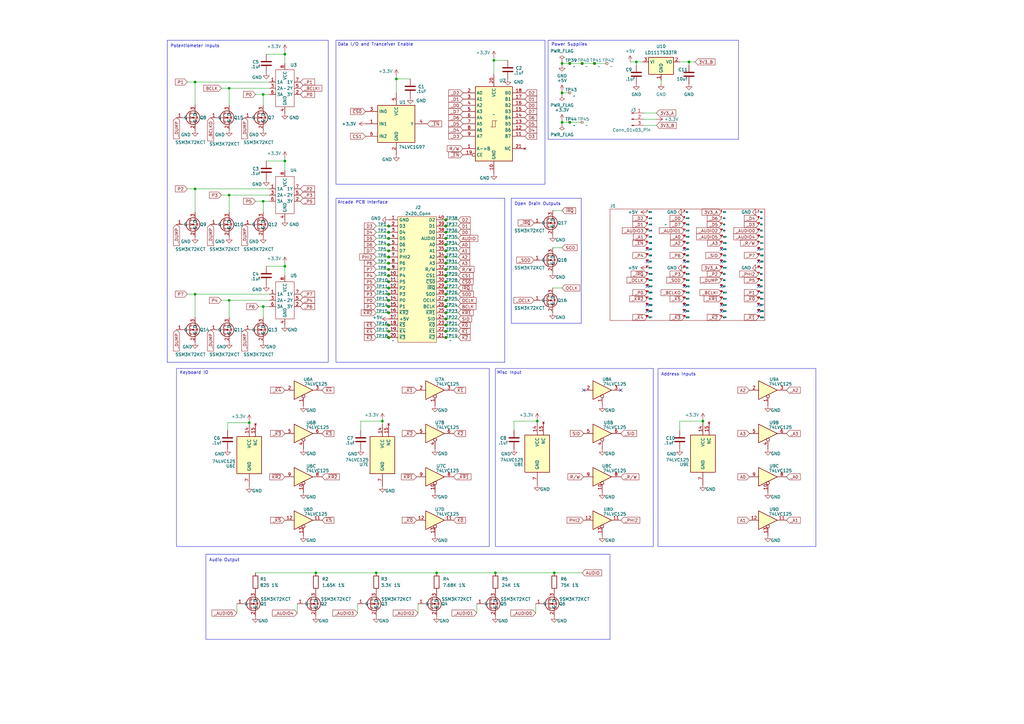
<source format=kicad_sch>
(kicad_sch (version 20230121) (generator eeschema)
  (paper "A3")
  (junction (at 182.88 97.79))
  (junction (at 129.54 234.95))
  (junction (at 80.01 33.655))
  (junction (at 182.88 128.27))
  (junction (at 116.84 109.22))
  (junction (at 159.385 133.35))
  (junction (at 159.385 128.27))
  (junction (at 93.98 80.01))
  (junction (at 159.385 97.79))
  (junction (at 182.88 105.41))
  (junction (at 80.01 120.65))
  (junction (at 159.385 100.33))
  (junction (at 182.88 102.87))
  (junction (at 107.95 38.735))
  (junction (at 182.88 100.33))
  (junction (at 260.985 25.4))
  (junction (at 220.345 172.72))
  (junction (at 182.88 90.17))
  (junction (at 182.88 135.89))
  (junction (at 159.385 120.65))
  (junction (at 154.305 234.95))
  (junction (at 159.385 123.19))
  (junction (at 238.76 26.035))
  (junction (at 159.385 135.89))
  (junction (at 230.505 38.1))
  (junction (at 182.88 113.03))
  (junction (at 107.95 82.55))
  (junction (at 182.88 118.11))
  (junction (at 233.68 26.035))
  (junction (at 159.385 118.11))
  (junction (at 159.385 102.87))
  (junction (at 162.56 32.385))
  (junction (at 159.385 95.25))
  (junction (at 159.385 105.41))
  (junction (at 102.235 173.355))
  (junction (at 159.385 138.43))
  (junction (at 282.575 25.4))
  (junction (at 227.33 234.95))
  (junction (at 203.2 234.95))
  (junction (at 159.385 110.49))
  (junction (at 243.84 26.035))
  (junction (at 93.98 36.195))
  (junction (at 159.385 115.57))
  (junction (at 182.88 133.35))
  (junction (at 233.68 50.165))
  (junction (at 182.88 138.43))
  (junction (at 159.385 113.03))
  (junction (at 159.385 92.71))
  (junction (at 159.385 107.95))
  (junction (at 182.88 110.49))
  (junction (at 179.07 234.95))
  (junction (at 182.88 130.81))
  (junction (at 80.01 77.47))
  (junction (at 230.505 50.165))
  (junction (at 288.29 172.72))
  (junction (at 230.505 26.035))
  (junction (at 182.88 95.25))
  (junction (at 182.88 92.71))
  (junction (at 156.845 172.72))
  (junction (at 116.84 66.04))
  (junction (at 182.88 125.73))
  (junction (at 93.98 123.19))
  (junction (at 116.84 22.225))
  (junction (at 159.385 125.73))
  (junction (at 182.88 107.95))
  (junction (at 182.88 123.19))
  (junction (at 182.88 120.65))
  (junction (at 107.95 125.73))
  (junction (at 202.565 24.765))
  (junction (at 182.88 115.57))
  (no_connect (at 280.67 117.475))
  (no_connect (at 280.67 125.095))
  (no_connect (at 311.15 127.635))
  (no_connect (at 265.43 107.315))
  (no_connect (at 311.15 117.475))
  (no_connect (at 265.43 102.235))
  (no_connect (at 280.67 127.635))
  (no_connect (at 311.15 102.235))
  (no_connect (at 295.91 117.475))
  (no_connect (at 295.91 107.315))
  (no_connect (at 311.15 125.095))
  (no_connect (at 311.15 107.315))
  (no_connect (at 295.91 127.635))
  (no_connect (at 254.635 160.02))
  (no_connect (at 280.67 107.315))
  (no_connect (at 265.43 125.095))
  (no_connect (at 295.91 102.235))
  (no_connect (at 265.43 127.635))
  (no_connect (at 295.91 125.095))
  (no_connect (at 265.43 117.475))
  (no_connect (at 239.395 160.02))
  (no_connect (at 280.67 102.235))
  (wire (pts (xy 230.505 38.735) (xy 230.505 38.1)))
  (wire (pts (xy 76.835 77.47) (xy 80.01 77.47)))
  (wire (pts (xy 278.765 172.72) (xy 278.765 176.53)))
  (wire (pts (xy 154.305 97.79) (xy 159.385 97.79)))
  (wire (pts (xy 154.305 128.27) (xy 159.385 128.27)))
  (wire (pts (xy 156.845 172.085) (xy 156.845 172.72)))
  (wire (pts (xy 233.68 50.165) (xy 238.76 50.165)))
  (wire (pts (xy 156.845 172.72) (xy 156.845 173.99)))
  (wire (pts (xy 182.88 90.17) (xy 187.96 90.17)))
  (wire (pts (xy 110.49 82.55) (xy 107.95 82.55)))
  (wire (pts (xy 104.775 38.735) (xy 107.95 38.735)))
  (wire (pts (xy 109.22 66.04) (xy 116.84 66.04)))
  (wire (pts (xy 154.305 234.95) (xy 179.07 234.95)))
  (wire (pts (xy 182.88 107.95) (xy 187.96 107.95)))
  (wire (pts (xy 80.01 33.655) (xy 80.01 43.18)))
  (wire (pts (xy 93.98 123.19) (xy 93.98 130.175)))
  (wire (pts (xy 182.88 118.11) (xy 187.96 118.11)))
  (wire (pts (xy 162.56 32.385) (xy 162.56 38.1)))
  (wire (pts (xy 171.45 247.65) (xy 171.45 251.46)))
  (wire (pts (xy 220.345 172.72) (xy 220.345 173.355)))
  (wire (pts (xy 93.98 36.195) (xy 93.98 43.18)))
  (wire (pts (xy 93.98 80.01) (xy 93.98 86.995)))
  (wire (pts (xy 104.775 82.55) (xy 107.95 82.55)))
  (wire (pts (xy 282.575 25.4) (xy 285.115 25.4)))
  (wire (pts (xy 90.805 123.19) (xy 93.98 123.19)))
  (wire (pts (xy 107.95 38.735) (xy 107.95 43.18)))
  (wire (pts (xy 182.88 135.89) (xy 187.96 135.89)))
  (wire (pts (xy 182.88 130.81) (xy 187.96 130.81)))
  (wire (pts (xy 182.88 120.65) (xy 187.96 120.65)))
  (wire (pts (xy 154.305 125.73) (xy 159.385 125.73)))
  (wire (pts (xy 129.54 234.95) (xy 154.305 234.95)))
  (wire (pts (xy 288.29 172.72) (xy 278.765 172.72)))
  (wire (pts (xy 179.07 234.95) (xy 203.2 234.95)))
  (wire (pts (xy 154.305 105.41) (xy 159.385 105.41)))
  (wire (pts (xy 162.56 32.385) (xy 168.275 32.385)))
  (wire (pts (xy 226.695 118.11) (xy 230.505 118.11)))
  (wire (pts (xy 110.49 38.735) (xy 107.95 38.735)))
  (wire (pts (xy 154.305 133.35) (xy 159.385 133.35)))
  (wire (pts (xy 220.345 172.72) (xy 210.82 172.72)))
  (wire (pts (xy 230.505 50.165) (xy 230.505 49.53)))
  (wire (pts (xy 154.305 100.33) (xy 159.385 100.33)))
  (wire (pts (xy 154.305 92.71) (xy 159.385 92.71)))
  (wire (pts (xy 104.775 234.95) (xy 129.54 234.95)))
  (wire (pts (xy 227.33 234.95) (xy 238.76 234.95)))
  (wire (pts (xy 154.305 115.57) (xy 159.385 115.57)))
  (wire (pts (xy 90.805 36.195) (xy 93.98 36.195)))
  (wire (pts (xy 269.24 48.895) (xy 264.16 48.895)))
  (wire (pts (xy 230.505 26.035) (xy 230.505 25.4)))
  (wire (pts (xy 116.84 64.77) (xy 116.84 66.04)))
  (wire (pts (xy 146.685 247.65) (xy 146.685 251.46)))
  (wire (pts (xy 102.235 172.72) (xy 102.235 173.355)))
  (wire (pts (xy 260.985 25.4) (xy 260.985 26.67)))
  (wire (pts (xy 107.95 125.73) (xy 107.95 130.175)))
  (wire (pts (xy 116.84 66.04) (xy 116.84 69.85)))
  (wire (pts (xy 154.305 107.95) (xy 159.385 107.95)))
  (wire (pts (xy 93.345 173.355) (xy 93.345 176.53)))
  (wire (pts (xy 182.88 123.19) (xy 187.96 123.19)))
  (wire (pts (xy 269.24 51.435) (xy 264.16 51.435)))
  (wire (pts (xy 80.01 77.47) (xy 80.01 86.995)))
  (wire (pts (xy 195.58 247.65) (xy 195.58 251.46)))
  (wire (pts (xy 110.49 120.65) (xy 80.01 120.65)))
  (wire (pts (xy 154.305 118.11) (xy 159.385 118.11)))
  (wire (pts (xy 230.505 26.035) (xy 233.68 26.035)))
  (wire (pts (xy 269.24 46.355) (xy 264.16 46.355)))
  (wire (pts (xy 76.835 120.65) (xy 80.01 120.65)))
  (wire (pts (xy 154.305 110.49) (xy 159.385 110.49)))
  (wire (pts (xy 182.88 110.49) (xy 187.96 110.49)))
  (wire (pts (xy 109.22 22.225) (xy 116.84 22.225)))
  (wire (pts (xy 219.71 247.65) (xy 219.71 251.46)))
  (wire (pts (xy 154.305 113.03) (xy 159.385 113.03)))
  (wire (pts (xy 182.88 100.33) (xy 187.96 100.33)))
  (wire (pts (xy 210.82 172.72) (xy 210.82 176.53)))
  (wire (pts (xy 97.155 247.65) (xy 97.155 251.46)))
  (wire (pts (xy 154.305 138.43) (xy 159.385 138.43)))
  (wire (pts (xy 203.2 234.95) (xy 227.33 234.95)))
  (wire (pts (xy 102.235 173.355) (xy 93.345 173.355)))
  (wire (pts (xy 182.88 133.35) (xy 187.96 133.35)))
  (wire (pts (xy 226.695 86.36) (xy 230.505 86.36)))
  (wire (pts (xy 154.305 95.25) (xy 159.385 95.25)))
  (wire (pts (xy 288.29 172.72) (xy 288.29 173.355)))
  (wire (pts (xy 182.88 125.73) (xy 187.96 125.73)))
  (wire (pts (xy 80.01 120.65) (xy 80.01 130.175)))
  (wire (pts (xy 202.565 23.495) (xy 202.565 24.765)))
  (wire (pts (xy 90.805 80.01) (xy 93.98 80.01)))
  (wire (pts (xy 110.49 33.655) (xy 80.01 33.655)))
  (wire (pts (xy 110.49 36.195) (xy 93.98 36.195)))
  (wire (pts (xy 230.505 50.8) (xy 230.505 50.165)))
  (wire (pts (xy 110.49 77.47) (xy 80.01 77.47)))
  (wire (pts (xy 230.505 50.165) (xy 233.68 50.165)))
  (wire (pts (xy 258.445 25.4) (xy 260.985 25.4)))
  (wire (pts (xy 230.505 38.1) (xy 230.505 37.465)))
  (wire (pts (xy 271.145 34.29) (xy 271.145 33.02)))
  (wire (pts (xy 243.84 26.035) (xy 248.92 26.035)))
  (wire (pts (xy 182.88 92.71) (xy 187.96 92.71)))
  (wire (pts (xy 233.68 26.035) (xy 238.76 26.035)))
  (wire (pts (xy 182.88 105.41) (xy 187.96 105.41)))
  (wire (pts (xy 110.49 123.19) (xy 93.98 123.19)))
  (wire (pts (xy 182.88 102.87) (xy 187.96 102.87)))
  (wire (pts (xy 110.49 80.01) (xy 93.98 80.01)))
  (wire (pts (xy 230.505 38.1) (xy 233.68 38.1)))
  (wire (pts (xy 116.84 20.955) (xy 116.84 22.225)))
  (wire (pts (xy 116.84 107.95) (xy 116.84 109.22)))
  (wire (pts (xy 182.88 128.27) (xy 187.96 128.27)))
  (wire (pts (xy 230.505 26.67) (xy 230.505 26.035)))
  (wire (pts (xy 288.29 172.085) (xy 288.29 172.72)))
  (wire (pts (xy 278.765 25.4) (xy 282.575 25.4)))
  (wire (pts (xy 147.955 172.72) (xy 147.955 176.53)))
  (wire (pts (xy 121.92 247.65) (xy 121.92 251.46)))
  (wire (pts (xy 202.565 24.765) (xy 202.565 30.48)))
  (wire (pts (xy 182.88 138.43) (xy 187.96 138.43)))
  (wire (pts (xy 107.95 82.55) (xy 107.95 86.995)))
  (wire (pts (xy 116.84 22.225) (xy 116.84 26.035)))
  (wire (pts (xy 109.22 109.22) (xy 116.84 109.22)))
  (wire (pts (xy 226.695 101.6) (xy 230.505 101.6)))
  (wire (pts (xy 182.88 95.25) (xy 187.96 95.25)))
  (wire (pts (xy 156.845 172.72) (xy 147.955 172.72)))
  (wire (pts (xy 238.76 26.035) (xy 243.84 26.035)))
  (wire (pts (xy 154.305 135.89) (xy 159.385 135.89)))
  (wire (pts (xy 162.56 31.115) (xy 162.56 32.385)))
  (wire (pts (xy 107.95 125.73) (xy 110.49 125.73)))
  (wire (pts (xy 116.84 109.22) (xy 116.84 113.03)))
  (wire (pts (xy 102.235 173.355) (xy 102.235 173.99)))
  (wire (pts (xy 76.835 33.655) (xy 80.01 33.655)))
  (wire (pts (xy 106.045 125.73) (xy 107.95 125.73)))
  (wire (pts (xy 260.985 25.4) (xy 263.525 25.4)))
  (wire (pts (xy 182.88 115.57) (xy 187.96 115.57)))
  (wire (pts (xy 154.305 120.65) (xy 159.385 120.65)))
  (wire (pts (xy 154.305 102.87) (xy 159.385 102.87)))
  (wire (pts (xy 154.305 123.19) (xy 159.385 123.19)))
  (wire (pts (xy 202.565 24.765) (xy 208.28 24.765)))
  (wire (pts (xy 220.345 172.085) (xy 220.345 172.72)))
  (wire (pts (xy 182.88 113.03) (xy 187.96 113.03)))
  (wire (pts (xy 282.575 25.4) (xy 282.575 26.67)))
  (wire (pts (xy 182.88 97.79) (xy 187.96 97.79)))
  (rectangle (start 203.2 151.13) (end 267.97 224.155))
  (rectangle (start 72.39 151.13) (end 200.66 224.155))
  (rectangle (start 209.677 81.28) (end 238.379 132.588))
  (rectangle (start 269.875 151.13) (end 334.645 224.155))
  (rectangle (start 224.79 16.51) (end 302.895 57.15))
  (rectangle (start 68.58 16.51) (end 134.62 148.59))
  (rectangle (start 137.795 81.28) (end 207.01 148.59))
  (rectangle (start 84.455 227.33) (end 250.19 262.255))
  (rectangle (start 137.795 16.51) (end 223.52 75.565))
  (text "Keyboard IO" (at 73.66 153.67 0) (effects (font (size 1.27 1.27)) (justify left bottom)))
  (text "Power Supplies" (at 226.06 19.05 0) (effects (font (size 1.27 1.27)) (justify left bottom)))
  (text "Potentiometer Inputs" (at 69.85 19.685 0) (effects (font (size 1.27 1.27)) (justify left bottom)))
  (text "Arcade PCB Interface" (at 138.43 83.82 0) (effects (font (size 1.27 1.27)) (justify left bottom)))
  (text "Data I/O and Tranceiver Enable" (at 138.43 19.05 0) (effects (font (size 1.27 1.27)) (justify left bottom)))
  (text "Audio Output" (at 85.725 230.505 0) (effects (font (size 1.27 1.27)) (justify left bottom)))
  (text "Address Inputs" (at 271.145 154.305 0) (effects (font (size 1.27 1.27)) (justify left bottom)))
  (text "Misc Input" (at 203.835 153.67 0) (effects (font (size 1.27 1.27)) (justify left bottom)))
  (text "Open Drain Outputs" (at 210.947 84.455 0) (effects (font (size 1.27 1.27)) (justify left bottom)))
  (global_label "3V3_A" (shape input) (at 269.24 46.355 0) (property "Intersheetrefs" "${INTERSHEET_REFS}" (effects hide)))
  (global_label "_P1" (shape input) (at 123.19 33.655 0) (property "Intersheetrefs" "${INTERSHEET_REFS}" (effects hide)))
  (global_label "SOD" (shape input) (at 230.505 101.6 0) (property "Intersheetrefs" "${INTERSHEET_REFS}" (effects hide)))
  (global_label "D4" (shape input) (at 154.305 95.25 180) (property "Intersheetrefs" "${INTERSHEET_REFS}" (effects hide)))
  (global_label "PHI2" (shape input) (at 239.395 213.36 180) (property "Intersheetrefs" "${INTERSHEET_REFS}" (effects hide)))
  (global_label "_DUMP" (shape input) (at 72.39 135.255 270) (property "Intersheetrefs" "${INTERSHEET_REFS}" (effects hide)))
  (global_label "_~{IRQ}" (shape input) (at 265.43 112.395 180) (property "Intersheetrefs" "${INTERSHEET_REFS}" (effects hide)))
  (global_label "_~{K0}" (shape input) (at 311.15 122.555 180) (property "Intersheetrefs" "${INTERSHEET_REFS}" (effects hide)))
  (global_label "_D6" (shape input) (at 189.865 48.26 180) (property "Intersheetrefs" "${INTERSHEET_REFS}" (effects hide)))
  (global_label "D1" (shape input) (at 187.96 92.71 0) (property "Intersheetrefs" "${INTERSHEET_REFS}" (effects hide)))
  (global_label "_~{K5}" (shape input) (at 116.84 213.36 180) (property "Intersheetrefs" "${INTERSHEET_REFS}" (effects hide)))
  (global_label "~{K4}" (shape input) (at 132.08 160.02 0) (property "Intersheetrefs" "${INTERSHEET_REFS}" (effects hide)))
  (global_label "_SOD" (shape input) (at 219.075 106.68 180) (property "Intersheetrefs" "${INTERSHEET_REFS}" (effects hide)))
  (global_label "D0" (shape input) (at 187.96 95.25 0) (property "Intersheetrefs" "${INTERSHEET_REFS}" (effects hide)))
  (global_label "_AUDIO0" (shape input) (at 219.71 251.46 180) (property "Intersheetrefs" "${INTERSHEET_REFS}" (effects hide)))
  (global_label "_A1" (shape input) (at 322.58 213.36 0) (property "Intersheetrefs" "${INTERSHEET_REFS}" (effects hide)))
  (global_label "~{KR1}" (shape input) (at 187.96 128.27 0) (property "Intersheetrefs" "${INTERSHEET_REFS}" (effects hide)))
  (global_label "_D7" (shape input) (at 280.67 92.075 180) (property "Intersheetrefs" "${INTERSHEET_REFS}" (effects hide)))
  (global_label "A1" (shape input) (at 307.34 213.36 180) (property "Intersheetrefs" "${INTERSHEET_REFS}" (effects hide)))
  (global_label "_PHI2" (shape input) (at 311.15 112.395 180) (property "Intersheetrefs" "${INTERSHEET_REFS}" (effects hide)))
  (global_label "~{K1}" (shape input) (at 187.96 135.89 0) (property "Intersheetrefs" "${INTERSHEET_REFS}" (effects hide)))
  (global_label "CS1" (shape input) (at 149.86 55.88 180) (property "Intersheetrefs" "${INTERSHEET_REFS}" (effects hide)))
  (global_label "P1" (shape input) (at 76.835 33.655 180) (property "Intersheetrefs" "${INTERSHEET_REFS}" (effects hide)))
  (global_label "_P4" (shape input) (at 123.19 123.19 0) (property "Intersheetrefs" "${INTERSHEET_REFS}" (effects hide)))
  (global_label "P3" (shape input) (at 154.305 120.65 180) (property "Intersheetrefs" "${INTERSHEET_REFS}" (effects hide)))
  (global_label "D7" (shape input) (at 215.265 45.72 0) (property "Intersheetrefs" "${INTERSHEET_REFS}" (effects hide)))
  (global_label "~{K5}" (shape input) (at 154.305 133.35 180) (property "Intersheetrefs" "${INTERSHEET_REFS}" (effects hide)))
  (global_label "_D3" (shape input) (at 311.15 92.075 180) (property "Intersheetrefs" "${INTERSHEET_REFS}" (effects hide)))
  (global_label "D5" (shape input) (at 154.305 97.79 180) (property "Intersheetrefs" "${INTERSHEET_REFS}" (effects hide)))
  (global_label "~{KR1}" (shape input) (at 170.815 195.58 180) (property "Intersheetrefs" "${INTERSHEET_REFS}" (effects hide)))
  (global_label "3V3_A" (shape input) (at 295.91 86.995 180) (property "Intersheetrefs" "${INTERSHEET_REFS}" (effects hide)))
  (global_label "_P0" (shape input) (at 123.19 38.735 0) (property "Intersheetrefs" "${INTERSHEET_REFS}" (effects hide)))
  (global_label "P5" (shape input) (at 104.775 82.55 180) (property "Intersheetrefs" "${INTERSHEET_REFS}" (effects hide)))
  (global_label "_~{K5}" (shape input) (at 280.67 122.555 180) (property "Intersheetrefs" "${INTERSHEET_REFS}" (effects hide)))
  (global_label "_AUDIO0" (shape input) (at 311.15 94.615 180) (property "Intersheetrefs" "${INTERSHEET_REFS}" (effects hide)))
  (global_label "_R{slash}W" (shape input) (at 254.635 195.58 0) (property "Intersheetrefs" "${INTERSHEET_REFS}" (effects hide)))
  (global_label "_AUDIO4" (shape input) (at 311.15 97.155 180) (property "Intersheetrefs" "${INTERSHEET_REFS}" (effects hide)))
  (global_label "~{_EN}" (shape input) (at 189.865 63.5 180) (property "Intersheetrefs" "${INTERSHEET_REFS}" (effects hide)))
  (global_label "P0" (shape input) (at 104.775 38.735 180) (property "Intersheetrefs" "${INTERSHEET_REFS}" (effects hide)))
  (global_label "~{K0}" (shape input) (at 186.055 213.36 0) (property "Intersheetrefs" "${INTERSHEET_REFS}" (effects hide)))
  (global_label "D6" (shape input) (at 215.265 48.26 0) (property "Intersheetrefs" "${INTERSHEET_REFS}" (effects hide)))
  (global_label "OCLK" (shape input) (at 230.505 118.11 0) (property "Intersheetrefs" "${INTERSHEET_REFS}" (effects hide)))
  (global_label "~{K3}" (shape input) (at 132.08 177.8 0) (property "Intersheetrefs" "${INTERSHEET_REFS}" (effects hide)))
  (global_label "_D6" (shape input) (at 295.91 89.535 180) (property "Intersheetrefs" "${INTERSHEET_REFS}" (effects hide)))
  (global_label "_BCLKO" (shape input) (at 86.36 48.26 270) (property "Intersheetrefs" "${INTERSHEET_REFS}" (effects hide)))
  (global_label "_~{K2}" (shape input) (at 170.815 177.8 180) (property "Intersheetrefs" "${INTERSHEET_REFS}" (effects hide)))
  (global_label "_AUDIO3" (shape input) (at 146.685 251.46 180) (property "Intersheetrefs" "${INTERSHEET_REFS}" (effects hide)))
  (global_label "AUDIO" (shape input) (at 187.96 97.79 0) (property "Intersheetrefs" "${INTERSHEET_REFS}" (effects hide)))
  (global_label "P6" (shape input) (at 106.045 125.73 180) (property "Intersheetrefs" "${INTERSHEET_REFS}" (effects hide)))
  (global_label "_~{K1}" (shape input) (at 311.15 130.175 180) (property "Intersheetrefs" "${INTERSHEET_REFS}" (effects hide)))
  (global_label "A0" (shape input) (at 307.34 195.58 180) (property "Intersheetrefs" "${INTERSHEET_REFS}" (effects hide)))
  (global_label "_~{K4}" (shape input) (at 265.43 130.175 180) (property "Intersheetrefs" "${INTERSHEET_REFS}" (effects hide)))
  (global_label "_P5" (shape input) (at 123.19 82.55 0) (property "Intersheetrefs" "${INTERSHEET_REFS}" (effects hide)))
  (global_label "_D2" (shape input) (at 265.43 89.535 180) (property "Intersheetrefs" "${INTERSHEET_REFS}" (effects hide)))
  (global_label "_~{KR1}" (shape input) (at 186.055 195.58 0) (property "Intersheetrefs" "${INTERSHEET_REFS}" (effects hide)))
  (global_label "_P6" (shape input) (at 280.67 104.775 180) (property "Intersheetrefs" "${INTERSHEET_REFS}" (effects hide)))
  (global_label "~{K0}" (shape input) (at 187.96 133.35 0) (property "Intersheetrefs" "${INTERSHEET_REFS}" (effects hide)))
  (global_label "_AUDIO2" (shape input) (at 295.91 94.615 180) (property "Intersheetrefs" "${INTERSHEET_REFS}" (effects hide)))
  (global_label "BCLK" (shape input) (at 187.96 125.73 0) (property "Intersheetrefs" "${INTERSHEET_REFS}" (effects hide)))
  (global_label "_D1" (shape input) (at 189.865 40.64 180) (property "Intersheetrefs" "${INTERSHEET_REFS}" (effects hide)))
  (global_label "~{K3}" (shape input) (at 154.305 138.43 180) (property "Intersheetrefs" "${INTERSHEET_REFS}" (effects hide)))
  (global_label "A2" (shape input) (at 307.34 160.02 180) (property "Intersheetrefs" "${INTERSHEET_REFS}" (effects hide)))
  (global_label "D0" (shape input) (at 215.265 43.18 0) (property "Intersheetrefs" "${INTERSHEET_REFS}" (effects hide)))
  (global_label "_P3" (shape input) (at 123.19 80.01 0) (property "Intersheetrefs" "${INTERSHEET_REFS}" (effects hide)))
  (global_label "A0" (shape input) (at 187.96 100.33 0) (property "Intersheetrefs" "${INTERSHEET_REFS}" (effects hide)))
  (global_label "_DUMP" (shape input) (at 72.39 92.075 270) (property "Intersheetrefs" "${INTERSHEET_REFS}" (effects hide)))
  (global_label "_P4" (shape input) (at 265.43 104.775 180) (property "Intersheetrefs" "${INTERSHEET_REFS}" (effects hide)))
  (global_label "_OCLK" (shape input) (at 219.075 123.19 180) (property "Intersheetrefs" "${INTERSHEET_REFS}" (effects hide)))
  (global_label "R{slash}W" (shape input) (at 189.865 60.96 180) (property "Intersheetrefs" "${INTERSHEET_REFS}" (effects hide)))
  (global_label "~{CS0}" (shape input) (at 149.86 45.72 180) (property "Intersheetrefs" "${INTERSHEET_REFS}" (effects hide)))
  (global_label "D4" (shape input) (at 215.265 53.34 0) (property "Intersheetrefs" "${INTERSHEET_REFS}" (effects hide)))
  (global_label "_P7" (shape input) (at 311.15 104.775 180) (property "Intersheetrefs" "${INTERSHEET_REFS}" (effects hide)))
  (global_label "_DUMP" (shape input) (at 86.36 135.255 270) (property "Intersheetrefs" "${INTERSHEET_REFS}" (effects hide)))
  (global_label "_A0" (shape input) (at 322.58 195.58 0) (property "Intersheetrefs" "${INTERSHEET_REFS}" (effects hide)))
  (global_label "_SOD" (shape input) (at 280.67 114.935 180) (property "Intersheetrefs" "${INTERSHEET_REFS}" (effects hide)))
  (global_label "D5" (shape input) (at 215.265 50.8 0) (property "Intersheetrefs" "${INTERSHEET_REFS}" (effects hide)))
  (global_label "_DUMP" (shape input) (at 100.33 92.075 270) (property "Intersheetrefs" "${INTERSHEET_REFS}" (effects hide)))
  (global_label "_A2" (shape input) (at 280.67 99.695 180) (property "Intersheetrefs" "${INTERSHEET_REFS}" (effects hide)))
  (global_label "~{IRQ}" (shape input) (at 187.96 118.11 0) (property "Intersheetrefs" "${INTERSHEET_REFS}" (effects hide)))
  (global_label "P7" (shape input) (at 76.835 120.65 180) (property "Intersheetrefs" "${INTERSHEET_REFS}" (effects hide)))
  (global_label "~{CS0}" (shape input) (at 187.96 115.57 0) (property "Intersheetrefs" "${INTERSHEET_REFS}" (effects hide)))
  (global_label "P4" (shape input) (at 154.305 113.03 180) (property "Intersheetrefs" "${INTERSHEET_REFS}" (effects hide)))
  (global_label "_A2" (shape input) (at 322.58 160.02 0) (property "Intersheetrefs" "${INTERSHEET_REFS}" (effects hide)))
  (global_label "_~{K3}" (shape input) (at 280.67 130.175 180) (property "Intersheetrefs" "${INTERSHEET_REFS}" (effects hide)))
  (global_label "SID" (shape input) (at 239.395 177.8 180) (property "Intersheetrefs" "${INTERSHEET_REFS}" (effects hide)))
  (global_label "P7" (shape input) (at 154.305 110.49 180) (property "Intersheetrefs" "${INTERSHEET_REFS}" (effects hide)))
  (global_label "3V3_A" (shape input) (at 295.91 109.855 180) (property "Intersheetrefs" "${INTERSHEET_REFS}" (effects hide)))
  (global_label "_AUDIO4" (shape input) (at 121.92 251.46 180) (property "Intersheetrefs" "${INTERSHEET_REFS}" (effects hide)))
  (global_label "CS1" (shape input) (at 187.96 113.03 0) (property "Intersheetrefs" "${INTERSHEET_REFS}" (effects hide)))
  (global_label "_~{K2}" (shape input) (at 295.91 130.175 180) (property "Intersheetrefs" "${INTERSHEET_REFS}" (effects hide)))
  (global_label "_AUDIO5" (shape input) (at 97.155 251.46 180) (property "Intersheetrefs" "${INTERSHEET_REFS}" (effects hide)))
  (global_label "_BCLKI" (shape input) (at 295.91 120.015 180) (property "Intersheetrefs" "${INTERSHEET_REFS}" (effects hide)))
  (global_label "_DUMP" (shape input) (at 72.39 48.26 270) (property "Intersheetrefs" "${INTERSHEET_REFS}" (effects hide)))
  (global_label "_A0" (shape input) (at 280.67 97.155 180) (property "Intersheetrefs" "${INTERSHEET_REFS}" (effects hide)))
  (global_label "_~{K3}" (shape input) (at 116.84 177.8 180) (property "Intersheetrefs" "${INTERSHEET_REFS}" (effects hide)))
  (global_label "P4" (shape input) (at 90.805 123.19 180) (property "Intersheetrefs" "${INTERSHEET_REFS}" (effects hide)))
  (global_label "_P3" (shape input) (at 280.67 112.395 180) (property "Intersheetrefs" "${INTERSHEET_REFS}" (effects hide)))
  (global_label "_~{K0}" (shape input) (at 170.815 213.36 180) (property "Intersheetrefs" "${INTERSHEET_REFS}" (effects hide)))
  (global_label "_BCLKO" (shape input) (at 280.67 120.015 180) (property "Intersheetrefs" "${INTERSHEET_REFS}" (effects hide)))
  (global_label "_P7" (shape input) (at 123.19 120.65 0) (property "Intersheetrefs" "${INTERSHEET_REFS}" (effects hide)))
  (global_label "A1" (shape input) (at 187.96 102.87 0) (property "Intersheetrefs" "${INTERSHEET_REFS}" (effects hide)))
  (global_label "P1" (shape input) (at 154.305 125.73 180) (property "Intersheetrefs" "${INTERSHEET_REFS}" (effects hide)))
  (global_label "PHI2" (shape input) (at 154.305 105.41 180) (property "Intersheetrefs" "${INTERSHEET_REFS}" (effects hide)))
  (global_label "D2" (shape input) (at 215.265 38.1 0) (property "Intersheetrefs" "${INTERSHEET_REFS}" (effects hide)))
  (global_label "SID" (shape input) (at 187.96 130.81 0) (property "Intersheetrefs" "${INTERSHEET_REFS}" (effects hide)))
  (global_label "~{_EN}" (shape input) (at 265.43 99.695 180) (property "Intersheetrefs" "${INTERSHEET_REFS}" (effects hide)))
  (global_label "_DUMP" (shape input) (at 86.36 92.075 270) (property "Intersheetrefs" "${INTERSHEET_REFS}" (effects hide)))
  (global_label "D2" (shape input) (at 187.96 90.17 0) (property "Intersheetrefs" "${INTERSHEET_REFS}" (effects hide)))
  (global_label "_SID" (shape input) (at 295.91 104.775 180) (property "Intersheetrefs" "${INTERSHEET_REFS}" (effects hide)))
  (global_label "_R{slash}W" (shape input) (at 311.15 99.695 180) (property "Intersheetrefs" "${INTERSHEET_REFS}" (effects hide)))
  (global_label "3V3_B" (shape input) (at 269.24 51.435 0) (property "Intersheetrefs" "${INTERSHEET_REFS}" (effects hide)))
  (global_label "_DUMP" (shape input) (at 295.91 114.935 180) (property "Intersheetrefs" "${INTERSHEET_REFS}" (effects hide)))
  (global_label "_D1" (shape input) (at 265.43 92.075 180) (property "Intersheetrefs" "${INTERSHEET_REFS}" (effects hide)))
  (global_label "D3" (shape input) (at 215.265 55.88 0) (property "Intersheetrefs" "${INTERSHEET_REFS}" (effects hide)))
  (global_label "_D3" (shape input) (at 189.865 55.88 180) (property "Intersheetrefs" "${INTERSHEET_REFS}" (effects hide)))
  (global_label "_~{KR1}" (shape input) (at 295.91 122.555 180) (property "Intersheetrefs" "${INTERSHEET_REFS}" (effects hide)))
  (global_label "P6" (shape input) (at 154.305 107.95 180) (property "Intersheetrefs" "${INTERSHEET_REFS}" (effects hide)))
  (global_label "SOD" (shape input) (at 187.96 120.65 0) (property "Intersheetrefs" "${INTERSHEET_REFS}" (effects hide)))
  (global_label "_P0" (shape input) (at 265.43 120.015 180) (property "Intersheetrefs" "${INTERSHEET_REFS}" (effects hide)))
  (global_label "~{K5}" (shape input) (at 132.08 213.36 0) (property "Intersheetrefs" "${INTERSHEET_REFS}" (effects hide)))
  (global_label "D3" (shape input) (at 154.305 92.71 180) (property "Intersheetrefs" "${INTERSHEET_REFS}" (effects hide)))
  (global_label "_OCLK" (shape input) (at 265.43 114.935 180) (property "Intersheetrefs" "${INTERSHEET_REFS}" (effects hide)))
  (global_label "_D0" (shape input) (at 280.67 89.535 180) (property "Intersheetrefs" "${INTERSHEET_REFS}" (effects hide)))
  (global_label "_A1" (shape input) (at 265.43 97.155 180) (property "Intersheetrefs" "${INTERSHEET_REFS}" (effects hide)))
  (global_label "_AUDIO5" (shape input) (at 295.91 97.155 180) (property "Intersheetrefs" "${INTERSHEET_REFS}" (effects hide)))
  (global_label "_A3" (shape input) (at 295.91 99.695 180) (property "Intersheetrefs" "${INTERSHEET_REFS}" (effects hide)))
  (global_label "_D2" (shape input) (at 189.865 38.1 180) (property "Intersheetrefs" "${INTERSHEET_REFS}" (effects hide)))
  (global_label "_D0" (shape input) (at 189.865 43.18 180) (property "Intersheetrefs" "${INTERSHEET_REFS}" (effects hide)))
  (global_label "_BCLKI" (shape input) (at 123.19 36.195 0) (property "Intersheetrefs" "${INTERSHEET_REFS}" (effects hide)))
  (global_label "~{IRQ}" (shape input) (at 230.505 86.36 0) (property "Intersheetrefs" "${INTERSHEET_REFS}" (effects hide)))
  (global_label "_D5" (shape input) (at 295.91 92.075 180) (property "Intersheetrefs" "${INTERSHEET_REFS}" (effects hide)))
  (global_label "A3" (shape input) (at 307.34 177.8 180) (property "Intersheetrefs" "${INTERSHEET_REFS}" (effects hide)))
  (global_label "P5" (shape input) (at 154.305 115.57 180) (property "Intersheetrefs" "${INTERSHEET_REFS}" (effects hide)))
  (global_label "_~{K1}" (shape input) (at 170.815 160.02 180) (property "Intersheetrefs" "${INTERSHEET_REFS}" (effects hide)))
  (global_label "_~{KR2}" (shape input) (at 132.08 195.58 0) (property "Intersheetrefs" "${INTERSHEET_REFS}" (effects hide)))
  (global_label "~{K2}" (shape input) (at 186.055 177.8 0) (property "Intersheetrefs" "${INTERSHEET_REFS}" (effects hide)))
  (global_label "A2" (shape input) (at 187.96 105.41 0) (property "Intersheetrefs" "${INTERSHEET_REFS}" (effects hide)))
  (global_label "~{K2}" (shape input) (at 187.96 138.43 0) (property "Intersheetrefs" "${INTERSHEET_REFS}" (effects hide)))
  (global_label "_P2" (shape input) (at 295.91 112.395 180) (property "Intersheetrefs" "${INTERSHEET_REFS}" (effects hide)))
  (global_label "_AUDIO1" (shape input) (at 195.58 251.46 180) (property "Intersheetrefs" "${INTERSHEET_REFS}" (effects hide)))
  (global_label "_~{K4}" (shape input) (at 116.84 160.02 180) (property "Intersheetrefs" "${INTERSHEET_REFS}" (effects hide)))
  (global_label "_P2" (shape input) (at 123.19 77.47 0) (property "Intersheetrefs" "${INTERSHEET_REFS}" (effects hide)))
  (global_label "D6" (shape input) (at 154.305 100.33 180) (property "Intersheetrefs" "${INTERSHEET_REFS}" (effects hide)))
  (global_label "AUDIO" (shape input) (at 238.76 234.95 0) (property "Intersheetrefs" "${INTERSHEET_REFS}" (effects hide)))
  (global_label "~{KR2}" (shape input) (at 116.84 195.58 180) (property "Intersheetrefs" "${INTERSHEET_REFS}" (effects hide)))
  (global_label "P3" (shape input) (at 90.805 80.01 180) (property "Intersheetrefs" "${INTERSHEET_REFS}" (effects hide)))
  (global_label "_DUMP" (shape input) (at 100.33 48.26 270) (property "Intersheetrefs" "${INTERSHEET_REFS}" (effects hide)))
  (global_label "_DUMP" (shape input) (at 100.33 135.255 270) (property "Intersheetrefs" "${INTERSHEET_REFS}" (effects hide)))
  (global_label "D1" (shape input) (at 215.265 40.64 0) (property "Intersheetrefs" "${INTERSHEET_REFS}" (effects hide)))
  (global_label "~{KR2}" (shape input) (at 154.305 128.27 180) (property "Intersheetrefs" "${INTERSHEET_REFS}" (effects hide)))
  (global_label "_AUDIO2" (shape input) (at 171.45 251.46 180) (property "Intersheetrefs" "${INTERSHEET_REFS}" (effects hide)))
  (global_label "P0" (shape input) (at 154.305 123.19 180) (property "Intersheetrefs" "${INTERSHEET_REFS}" (effects hide)))
  (global_label "3V3_B" (shape input) (at 285.115 25.4 0) (property "Intersheetrefs" "${INTERSHEET_REFS}" (effects hide)))
  (global_label "_D5" (shape input) (at 189.865 50.8 180) (property "Intersheetrefs" "${INTERSHEET_REFS}" (effects hide)))
  (global_label "_D4" (shape input) (at 311.15 89.535 180) (property "Intersheetrefs" "${INTERSHEET_REFS}" (effects hide)))
  (global_label "_AUDIO3" (shape input) (at 265.43 94.615 180) (property "Intersheetrefs" "${INTERSHEET_REFS}" (effects hide)))
  (global_label "~{K1}" (shape input) (at 186.055 160.02 0) (property "Intersheetrefs" "${INTERSHEET_REFS}" (effects hide)))
  (global_label "_D4" (shape input) (at 189.865 53.34 180) (property "Intersheetrefs" "${INTERSHEET_REFS}" (effects hide)))
  (global_label "BCLK" (shape input) (at 90.805 36.195 180) (property "Intersheetrefs" "${INTERSHEET_REFS}" (effects hide)))
  (global_label "D7" (shape input) (at 154.305 102.87 180) (property "Intersheetrefs" "${INTERSHEET_REFS}" (effects hide)))
  (global_label "_D7" (shape input) (at 189.865 45.72 180) (property "Intersheetrefs" "${INTERSHEET_REFS}" (effects hide)))
  (global_label "~{K4}" (shape input) (at 154.305 135.89 180) (property "Intersheetrefs" "${INTERSHEET_REFS}" (effects hide)))
  (global_label "_SID" (shape input) (at 254.635 177.8 0) (property "Intersheetrefs" "${INTERSHEET_REFS}" (effects hide)))
  (global_label "_P1" (shape input) (at 311.15 120.015 180) (property "Intersheetrefs" "${INTERSHEET_REFS}" (effects hide)))
  (global_label "_~{IRQ}" (shape input) (at 219.075 91.44 180) (property "Intersheetrefs" "${INTERSHEET_REFS}" (effects hide)))
  (global_label "~{_EN}" (shape input) (at 175.26 50.8 0) (property "Intersheetrefs" "${INTERSHEET_REFS}" (effects hide)))
  (global_label "_PHI2" (shape input) (at 254.635 213.36 0) (property "Intersheetrefs" "${INTERSHEET_REFS}" (effects hide)))
  (global_label "OCLK" (shape input) (at 187.96 123.19 0) (property "Intersheetrefs" "${INTERSHEET_REFS}" (effects hide)))
  (global_label "_AUDIO1" (shape input) (at 280.67 94.615 180) (property "Intersheetrefs" "${INTERSHEET_REFS}" (effects hide)))
  (global_label "_P5" (shape input) (at 311.15 114.935 180) (property "Intersheetrefs" "${INTERSHEET_REFS}" (effects hide)))
  (global_label "P2" (shape input) (at 76.835 77.47 180) (property "Intersheetrefs" "${INTERSHEET_REFS}" (effects hide)))
  (global_label "_A3" (shape input) (at 322.58 177.8 0) (property "Intersheetrefs" "${INTERSHEET_REFS}" (effects hide)))
  (global_label "_P6" (shape input) (at 123.19 125.73 0) (property "Intersheetrefs" "${INTERSHEET_REFS}" (effects hide)))
  (global_label "A3" (shape input) (at 187.96 107.95 0) (property "Intersheetrefs" "${INTERSHEET_REFS}" (effects hide)))
  (global_label "R{slash}W" (shape input) (at 239.395 195.58 180) (property "Intersheetrefs" "${INTERSHEET_REFS}" (effects hide)))
  (global_label "P2" (shape input) (at 154.305 118.11 180) (property "Intersheetrefs" "${INTERSHEET_REFS}" (effects hide)))
  (global_label "R{slash}W" (shape input) (at 187.96 110.49 0) (property "Intersheetrefs" "${INTERSHEET_REFS}" (effects hide)))
  (global_label "_~{KR2}" (shape input) (at 265.43 122.555 180) (property "Intersheetrefs" "${INTERSHEET_REFS}" (effects hide)))
  (symbol (lib_id "power:GND") (at 168.275 40.005 0) (unit 1)
    (property "Reference" "#PWR084" (effects hide))
    (property "Value" "GND" (at 172.72 41.275 0))
  )
  (symbol (lib_name "GND_1") (lib_id "power:GND") (at 104.775 252.73 0) (unit 1)
    (property "Reference" "#PWR075" (effects hide))
    (property "Value" "GND" (at 107.95 254.635 0))
  )
  (symbol (lib_id "Connector:TestPoint_Small") (at 233.68 26.035 0) (unit 1)
    (property "Reference" "TP39" (at 231.775 24.765 0) (effects (justify left)))
    (property "Value" "~" (at 234.95 27.305 0) (effects (justify left)))
    (property "Footprint" "POKEY_Footprints:TP" (effects hide))
  )
  (symbol (lib_name "GND_1") (lib_id "power:GND") (at 109.22 73.66 0) (unit 1)
    (property "Reference" "#PWR095" (effects hide))
    (property "Value" "GND" (at 105.41 75.565 0))
  )
  (symbol (lib_id "POKEY:74LVC125") (at 178.435 177.8 0) (unit 2)
    (property "Reference" "U7" (at 180.34 173.355 0))
    (property "Value" "74LVC125" (at 183.515 175.26 0))
    (property "Footprint" "POKEY_Footprints:DHVQFN14_SOT762-1_NEX" (effects hide))
    (property "Datasheet" "http://www.ti.com/lit/gpn/sn74LVC125" (effects hide))
  )
  (symbol (lib_name "GND_1") (lib_id "power:GND") (at 93.345 184.15 0) (unit 1)
    (property "Reference" "#PWR0109" (effects hide))
    (property "Value" "GND" (at 90.043 186.182 0))
  )
  (symbol (lib_id "Device:C") (at 109.22 113.03 0) (unit 1)
    (property "Reference" "C4" (at 103.505 112.395 0) (effects (justify left)))
    (property "Value" ".1uf" (at 102.87 114.3 0) (effects (justify left)))
    (property "Footprint" "Capacitor_SMD:C_0201_0603Metric" (effects hide))
  )
  (symbol (lib_id "POKEY:74LVC125") (at 247.015 195.58 0) (unit 3)
    (property "Reference" "U8" (at 248.92 191.135 0))
    (property "Value" "74LVC125" (at 252.095 193.04 0))
    (property "Footprint" "POKEY_Footprints:DHVQFN14_SOT762-1_NEX" (effects hide))
    (property "Datasheet" "http://www.ti.com/lit/gpn/sn74LVC125" (effects hide))
  )
  (symbol (lib_id "Device:C") (at 168.275 36.195 0) (unit 1)
    (property "Reference" "C1" (at 171.45 35.56 0) (effects (justify left)))
    (property "Value" ".1uf" (at 170.815 37.465 0) (effects (justify left)))
    (property "Footprint" "Capacitor_SMD:C_0201_0603Metric" (effects hide))
  )
  (symbol (lib_id "Device:R") (at 179.07 238.76 0) (unit 1)
    (property "Reference" "R4" (at 181.61 237.49 0) (effects (justify left)))
    (property "Value" "7.68K 1%" (at 181.61 240.03 0) (effects (justify left)))
    (property "Footprint" "Resistor_SMD:R_0201_0603Metric" (effects hide))
  )
  (symbol (lib_name "GND_1") (lib_id "power:GND") (at 93.98 97.155 0) (unit 1)
    (property "Reference" "#PWR091" (effects hide))
    (property "Value" "GND" (at 90.17 99.06 0))
  )
  (symbol (lib_id "POKEY:MOSFET1") (at 80.01 92.075 0) (unit 1)
    (property "Reference" "Q9" (at 81.915 92.075 0) (effects (justify left)))
    (property "Value" "SSM3K72KCT" (at 78.105 102.235 0))
    (property "Footprint" "POKEY_Footprints:CST3_TOS" (effects hide))
  )
  (symbol (lib_id "Connector:TestPoint_Small") (at 159.385 102.87 0) (unit 1)
    (property "Reference" "TP5" (at 154.94 102.235 0) (effects (justify left)))
    (property "Value" "~" (at 160.655 104.14 0) (effects (justify left)))
    (property "Footprint" "POKEY_Footprints:TP" (effects hide))
  )
  (symbol (lib_id "power:+3.3V") (at 102.235 172.72 0) (unit 1)
    (property "Reference" "#PWR0110" (effects hide))
    (property "Value" "+3.3V" (at 97.79 170.815 0))
  )
  (symbol (lib_id "Connector:TestPoint_Small") (at 182.88 102.87 0) (unit 1)
    (property "Reference" "TP33" (at 182.88 102.235 0) (effects (justify left)))
    (property "Value" "~" (at 184.15 104.14 0) (effects (justify left)))
    (property "Footprint" "POKEY_Footprints:TP" (effects hide))
  )
  (symbol (lib_name "GND_1") (lib_id "power:GND") (at 288.29 198.755 0) (unit 1)
    (property "Reference" "#PWR014" (effects hide))
    (property "Value" "GND" (at 291.465 200.66 0))
  )
  (symbol (lib_name "+5V_1") (lib_id "power:+5V") (at 230.505 37.465 0) (unit 1)
    (property "Reference" "#PWR0131" (effects hide))
    (property "Value" "+5V" (at 230.505 33.02 0))
  )
  (symbol (lib_id "POKEY:74LVC125") (at 178.435 195.58 0) (unit 3)
    (property "Reference" "U7" (at 180.975 191.135 0))
    (property "Value" "74LVC125" (at 183.515 193.04 0))
    (property "Footprint" "POKEY_Footprints:DHVQFN14_SOT762-1_NEX" (effects hide))
    (property "Datasheet" "http://www.ti.com/lit/gpn/sn74LVC125" (effects hide))
  )
  (symbol (lib_id "Connector:TestPoint_Small") (at 182.88 138.43 0) (unit 1)
    (property "Reference" "TP19" (at 182.88 137.795 0) (effects (justify left)))
    (property "Value" "~" (at 184.15 139.7 0) (effects (justify left)))
    (property "Footprint" "POKEY_Footprints:TP" (effects hide))
  )
  (symbol (lib_id "power:+3.3V") (at 162.56 31.115 0) (unit 1)
    (property "Reference" "#PWR083" (effects hide))
    (property "Value" "+3.3V" (at 158.115 29.21 0))
  )
  (symbol (lib_name "GND_1") (lib_id "power:GND") (at 278.765 184.15 0) (unit 1)
    (property "Reference" "#PWR011" (effects hide))
    (property "Value" "GND" (at 275.463 186.182 0))
  )
  (symbol (lib_id "power:+5V") (at 265.43 109.855 90) (unit 1)
    (property "Reference" "#PWR06" (effects hide))
    (property "Value" "+5V" (at 261.62 109.855 90) (effects (justify left)))
  )
  (symbol (lib_name "GND_1") (lib_id "power:GND") (at 247.015 184.15 0) (unit 1)
    (property "Reference" "#PWR0128" (effects hide))
    (property "Value" "GND" (at 250.19 186.055 0))
  )
  (symbol (lib_id "POKEY:Proto_Con") (at 281.94 108.585 0) (unit 1)
    (property "Reference" "J1" (at 250.19 84.455 0) (effects (justify left)))
    (property "Value" "~" (at 273.05 92.075 0))
    (property "Footprint" "POKEY_Footprints:Proto-72Pin" (effects hide))
  )
  (symbol (lib_id "power:+3.3V") (at 116.84 107.95 0) (unit 1)
    (property "Reference" "#PWR0105" (effects hide))
    (property "Value" "+3.3V" (at 112.395 106.045 0))
  )
  (symbol (lib_name "GND_1") (lib_id "power:GND") (at 178.435 219.71 0) (unit 1)
    (property "Reference" "#PWR0119" (effects hide))
    (property "Value" "GND" (at 181.61 221.615 0))
  )
  (symbol (lib_name "GND_1") (lib_id "power:GND") (at 93.98 140.335 0) (unit 1)
    (property "Reference" "#PWR092" (effects hide))
    (property "Value" "GND" (at 90.805 142.24 0))
  )
  (symbol (lib_id "Connector:TestPoint_Small") (at 159.385 110.49 0) (unit 1)
    (property "Reference" "TP8" (at 154.94 109.855 0) (effects (justify left)))
    (property "Value" "~" (at 160.655 111.76 0) (effects (justify left)))
    (property "Footprint" "POKEY_Footprints:TP" (effects hide))
  )
  (symbol (lib_name "GND_1") (lib_id "power:GND") (at 282.575 34.29 0) (unit 1)
    (property "Reference" "#PWR0137" (effects hide))
    (property "Value" "GND" (at 282.575 38.735 0))
  )
  (symbol (lib_id "Device:C") (at 147.955 180.34 0) (unit 1)
    (property "Reference" "C7" (at 142.24 179.705 0) (effects (justify left)))
    (property "Value" ".1uf" (at 141.605 181.61 0) (effects (justify left)))
    (property "Footprint" "Capacitor_SMD:C_0201_0603Metric" (effects hide))
  )
  (symbol (lib_name "GND_1") (lib_id "power:GND") (at 154.305 252.73 0) (unit 1)
    (property "Reference" "#PWR077" (effects hide))
    (property "Value" "GND" (at 157.48 254.635 0))
  )
  (symbol (lib_id "Connector:TestPoint_Small") (at 159.385 95.25 0) (unit 1)
    (property "Reference" "TP2" (at 154.94 94.615 0) (effects (justify left)))
    (property "Value" "~" (at 160.655 96.52 0) (effects (justify left)))
    (property "Footprint" "POKEY_Footprints:TP" (effects hide))
  )
  (symbol (lib_name "GND_1") (lib_id "power:GND") (at 260.985 34.29 0) (unit 1)
    (property "Reference" "#PWR0134" (effects hide))
    (property "Value" "GND" (at 260.985 38.735 0))
  )
  (symbol (lib_name "GND_1") (lib_id "power:GND") (at 107.95 97.155 0) (unit 1)
    (property "Reference" "#PWR094" (effects hide))
    (property "Value" "GND" (at 104.14 99.06 0))
  )
  (symbol (lib_name "GND_1") (lib_id "power:GND") (at 147.955 184.15 0) (unit 1)
    (property "Reference" "#PWR0116" (effects hide))
    (property "Value" "GND" (at 144.653 186.182 0))
  )
  (symbol (lib_id "power:GND") (at 162.56 63.5 0) (unit 1)
    (property "Reference" "#PWR082" (effects hide))
    (property "Value" "GND" (at 158.75 65.405 0))
  )
  (symbol (lib_id "power:+3.3V") (at 288.29 172.085 0) (unit 1)
    (property "Reference" "#PWR012" (effects hide))
    (property "Value" "+3.3V" (at 283.845 170.18 0))
  )
  (symbol (lib_id "Connector:TestPoint_Small") (at 159.385 100.33 0) (unit 1)
    (property "Reference" "TP4" (at 154.94 99.695 0) (effects (justify left)))
    (property "Value" "~" (at 160.655 101.6 0) (effects (justify left)))
    (property "Footprint" "POKEY_Footprints:TP" (effects hide))
  )
  (symbol (lib_name "GND_1") (lib_id "power:GND") (at 314.96 201.93 0) (unit 1)
    (property "Reference" "#PWR020" (effects hide))
    (property "Value" "GND" (at 318.135 203.835 0))
  )
  (symbol (lib_id "power:GND") (at 208.28 32.385 0) (unit 1)
    (property "Reference" "#PWR086" (effects hide))
    (property "Value" "GND" (at 212.725 33.655 0))
  )
  (symbol (lib_id "Connector:TestPoint_Small") (at 182.88 118.11 0) (unit 1)
    (property "Reference" "TP27" (at 182.88 117.475 0) (effects (justify left)))
    (property "Value" "~" (at 184.15 119.38 0) (effects (justify left)))
    (property "Footprint" "POKEY_Footprints:TP" (effects hide))
  )
  (symbol (lib_id "POKEY:74LVC125") (at 288.29 186.055 0) (unit 5)
    (property "Reference" "U9" (at 278.765 190.5 0) (effects (justify left)))
    (property "Value" "74LVC125" (at 273.05 188.595 0) (effects (justify left)))
    (property "Footprint" "POKEY_Footprints:DHVQFN14_SOT762-1_NEX" (effects hide))
    (property "Datasheet" "http://www.ti.com/lit/gpn/sn74LVC125" (effects hide))
  )
  (symbol (lib_id "Connector:TestPoint_Small") (at 238.76 26.035 0) (unit 1)
    (property "Reference" "TP40" (at 236.855 24.765 0) (effects (justify left)))
    (property "Value" "~" (at 240.03 27.305 0) (effects (justify left)))
    (property "Footprint" "POKEY_Footprints:TP" (effects hide))
  )
  (symbol (lib_id "POKEY:MOSFET1") (at 226.695 106.68 0) (unit 1)
    (property "Reference" "Q18" (at 228.6 106.68 0) (effects (justify left)))
    (property "Value" "SSM3K72KCT" (at 217.17 109.855 0))
    (property "Footprint" "POKEY_Footprints:CST3_TOS" (effects hide))
  )
  (symbol (lib_id "Device:C") (at 282.575 30.48 0) (unit 1)
    (property "Reference" "C11" (at 278.13 28.575 0) (effects (justify left)))
    (property "Value" "10uf" (at 277.495 32.385 0) (effects (justify left)))
    (property "Footprint" "Capacitor_SMD:C_0805_2012Metric" (effects hide))
  )
  (symbol (lib_id "POKEY:MOSFET1") (at 226.695 123.19 0) (unit 1)
    (property "Reference" "Q16" (at 228.6 123.19 0) (effects (justify left)))
    (property "Value" "SSM3K72KCT" (at 217.17 126.365 0))
    (property "Footprint" "POKEY_Footprints:CST3_TOS" (effects hide))
  )
  (symbol (lib_name "GND_1") (lib_id "power:GND") (at 247.015 219.71 0) (unit 1)
    (property "Reference" "#PWR0126" (effects hide))
    (property "Value" "GND" (at 250.19 221.615 0))
  )
  (symbol (lib_name "GND_1") (lib_id "power:GND") (at 280.67 109.855 270) (unit 1)
    (property "Reference" "#PWR022" (effects hide))
    (property "Value" "GND" (at 275.59 109.855 90))
  )
  (symbol (lib_id "power:GND") (at 202.565 71.12 0) (unit 1)
    (property "Reference" "#PWR087" (effects hide))
    (property "Value" "GND" (at 198.755 73.025 0))
  )
  (symbol (lib_id "Device:C") (at 109.22 26.035 0) (unit 1)
    (property "Reference" "C5" (at 103.505 25.4 0) (effects (justify left)))
    (property "Value" ".1uf" (at 102.87 27.305 0) (effects (justify left)))
    (property "Footprint" "Capacitor_SMD:C_0201_0603Metric" (effects hide))
  )
  (symbol (lib_id "POKEY:74LVC125") (at 247.015 213.36 0) (unit 4)
    (property "Reference" "U8" (at 249.555 208.915 0))
    (property "Value" "74LVC125" (at 252.095 210.82 0))
    (property "Footprint" "POKEY_Footprints:DHVQFN14_SOT762-1_NEX" (effects hide))
    (property "Datasheet" "http://www.ti.com/lit/gpn/sn74LVC125" (effects hide))
  )
  (symbol (lib_name "GND_1") (lib_id "power:GND") (at 124.46 184.15 0) (unit 1)
    (property "Reference" "#PWR0113" (effects hide))
    (property "Value" "GND" (at 127.635 186.055 0))
  )
  (symbol (lib_id "power:+3.3V") (at 149.86 50.8 90) (unit 1)
    (property "Reference" "#PWR081" (effects hide))
    (property "Value" "+3.3V" (at 146.05 50.8 90) (effects (justify left)))
  )
  (symbol (lib_id "POKEY:MOSFET1") (at 227.33 247.65 0) (unit 1)
    (property "Reference" "Q6" (at 229.235 247.65 0) (effects (justify left)))
    (property "Value" "SSM3K72KCT" (at 235.585 245.745 0))
    (property "Footprint" "POKEY_Footprints:CST3_TOS" (effects hide))
  )
  (symbol (lib_id "Connector:TestPoint_Small") (at 159.385 120.65 0) (unit 1)
    (property "Reference" "TP12" (at 154.305 120.015 0) (effects (justify left)))
    (property "Value" "~" (at 160.655 121.92 0) (effects (justify left)))
    (property "Footprint" "POKEY_Footprints:TP" (effects hide))
  )
  (symbol (lib_id "Device:R") (at 129.54 238.76 0) (unit 1)
    (property "Reference" "R2" (at 132.08 237.49 0) (effects (justify left)))
    (property "Value" "1.65K 1%" (at 132.08 240.03 0) (effects (justify left)))
    (property "Footprint" "Resistor_SMD:R_0201_0603Metric" (effects hide))
  )
  (symbol (lib_name "GND_1") (lib_id "power:GND") (at 210.82 184.15 0) (unit 1)
    (property "Reference" "#PWR0123" (effects hide))
    (property "Value" "GND" (at 207.518 186.182 0))
  )
  (symbol (lib_id "Connector:TestPoint_Small") (at 182.88 120.65 0) (unit 1)
    (property "Reference" "TP26" (at 182.88 120.015 0) (effects (justify left)))
    (property "Value" "~" (at 184.15 121.92 0) (effects (justify left)))
    (property "Footprint" "POKEY_Footprints:TP" (effects hide))
  )
  (symbol (lib_id "Connector:TestPoint_Small") (at 182.88 92.71 0) (unit 1)
    (property "Reference" "TP37" (at 182.88 92.075 0) (effects (justify left)))
    (property "Value" "~" (at 184.15 93.98 0) (effects (justify left)))
    (property "Footprint" "POKEY_Footprints:TP" (effects hide))
  )
  (symbol (lib_id "POKEY:MOSFET1") (at 93.98 135.255 0) (unit 1)
    (property "Reference" "Q11" (at 95.885 135.255 0) (effects (justify left)))
    (property "Value" "SSM3K72KCT" (at 92.075 145.415 0))
    (property "Footprint" "POKEY_Footprints:CST3_TOS" (effects hide))
  )
  (symbol (lib_id "power:PWR_FLAG") (at 230.505 38.735 180) (unit 1)
    (property "Reference" "#FLG02" (effects hide))
    (property "Value" "PWR_FLAG" (at 230.505 43.18 0))
  )
  (symbol (lib_id "Connector:TestPoint_Small") (at 182.88 130.81 0) (unit 1)
    (property "Reference" "TP22" (at 182.88 130.175 0) (effects (justify left)))
    (property "Value" "~" (at 184.15 132.08 0) (effects (justify left)))
    (property "Footprint" "POKEY_Footprints:TP" (effects hide))
  )
  (symbol (lib_id "power:+3.3V") (at 116.84 20.955 0) (unit 1)
    (property "Reference" "#PWR0107" (effects hide))
    (property "Value" "+3.3V" (at 112.395 19.05 0))
  )
  (symbol (lib_id "POKEY:2x20_Conn") (at 171.45 114.3 0) (unit 1)
    (property "Reference" "J2" (at 171.45 85.09 0))
    (property "Value" "2x20_Conn" (at 171.45 87.63 0))
    (property "Footprint" "POKEY_Footprints:Con_2X20" (effects hide))
  )
  (symbol (lib_id "POKEY:74LVC125") (at 124.46 213.36 0) (unit 4)
    (property "Reference" "U6" (at 126.365 208.915 0))
    (property "Value" "74LVC125" (at 129.54 210.82 0))
    (property "Footprint" "POKEY_Footprints:DHVQFN14_SOT762-1_NEX" (effects hide))
    (property "Datasheet" "http://www.ti.com/lit/gpn/sn74LVC125" (effects hide))
  )
  (symbol (lib_id "Connector:TestPoint_Small") (at 182.88 128.27 0) (unit 1)
    (property "Reference" "TP23" (at 182.88 127.635 0) (effects (justify left)))
    (property "Value" "~" (at 184.15 129.54 0) (effects (justify left)))
    (property "Footprint" "POKEY_Footprints:TP" (effects hide))
  )
  (symbol (lib_id "Device:R") (at 154.305 238.76 0) (unit 1)
    (property "Reference" "R3" (at 156.21 237.49 0) (effects (justify left)))
    (property "Value" "3.3K 1%" (at 156.21 240.03 0) (effects (justify left)))
    (property "Footprint" "Resistor_SMD:R_0201_0603Metric" (effects hide))
  )
  (symbol (lib_id "Device:R") (at 227.33 238.76 0) (unit 1)
    (property "Reference" "R6" (at 229.87 237.49 0) (effects (justify left)))
    (property "Value" "75K 1%" (at 229.87 240.03 0) (effects (justify left)))
    (property "Footprint" "Resistor_SMD:R_0201_0603Metric" (effects hide))
  )
  (symbol (lib_id "Connector:TestPoint_Small") (at 182.88 97.79 0) (unit 1)
    (property "Reference" "TP35" (at 182.88 97.155 0) (effects (justify left)))
    (property "Value" "~" (at 184.15 99.06 0) (effects (justify left)))
    (property "Footprint" "POKEY_Footprints:TP" (effects hide))
  )
  (symbol (lib_name "GND_1") (lib_id "power:GND") (at 230.505 26.67 0) (unit 1)
    (property "Reference" "#PWR0130" (effects hide))
    (property "Value" "GND" (at 230.505 31.115 0))
  )
  (symbol (lib_id "POKEY:MOSFET1") (at 93.98 48.26 0) (unit 1)
    (property "Reference" "Q15" (at 95.885 48.26 0) (effects (justify left)))
    (property "Value" "SSM3K72KCT" (at 92.075 59.055 0))
    (property "Footprint" "POKEY_Footprints:CST3_TOS" (effects hide))
  )
  (symbol (lib_id "power:+3.3V") (at 202.565 23.495 0) (unit 1)
    (property "Reference" "#PWR085" (effects hide))
    (property "Value" "+3.3V" (at 198.12 21.59 0))
  )
  (symbol (lib_name "GND_1") (lib_id "power:GND") (at 116.84 133.35 0) (unit 1)
    (property "Reference" "#PWR0106" (effects hide))
    (property "Value" "GND" (at 120.015 135.255 0))
  )
  (symbol (lib_name "GND_2") (lib_id "power:GND") (at 159.385 90.17 270) (unit 1)
    (property "Reference" "#PWR074" (effects hide))
    (property "Value" "GND" (at 156.21 89.535 90) (effects (justify right)))
  )
  (symbol (lib_id "Connector:TestPoint_Small") (at 159.385 123.19 0) (unit 1)
    (property "Reference" "TP13" (at 154.305 122.555 0) (effects (justify left)))
    (property "Value" "~" (at 160.655 124.46 0) (effects (justify left)))
    (property "Footprint" "POKEY_Footprints:TP" (effects hide))
  )
  (symbol (lib_id "Connector:TestPoint_Small") (at 182.88 110.49 0) (unit 1)
    (property "Reference" "TP30" (at 182.88 109.855 0) (effects (justify left)))
    (property "Value" "~" (at 184.15 111.76 0) (effects (justify left)))
    (property "Footprint" "POKEY_Footprints:TP" (effects hide))
  )
  (symbol (lib_id "Connector:TestPoint_Small") (at 159.385 133.35 0) (unit 1)
    (property "Reference" "TP16" (at 154.305 132.715 0) (effects (justify left)))
    (property "Value" "~" (at 160.655 134.62 0) (effects (justify left)))
    (property "Footprint" "POKEY_Footprints:TP" (effects hide))
  )
  (symbol (lib_id "Connector:TestPoint_Small") (at 159.385 125.73 0) (unit 1)
    (property "Reference" "TP14" (at 154.305 125.095 0) (effects (justify left)))
    (property "Value" "~" (at 160.655 127 0) (effects (justify left)))
    (property "Footprint" "POKEY_Footprints:TP" (effects hide))
  )
  (symbol (lib_name "GND_1") (lib_id "power:GND") (at 280.67 86.995 270) (unit 1)
    (property "Reference" "#PWR07" (effects hide))
    (property "Value" "GND" (at 275.59 86.995 90))
  )
  (symbol (lib_id "POKEY:74LVC125") (at 247.015 177.8 0) (unit 2)
    (property "Reference" "U8" (at 249.555 173.355 0))
    (property "Value" "74LVC125" (at 252.095 175.26 0))
    (property "Footprint" "POKEY_Footprints:DHVQFN14_SOT762-1_NEX" (effects hide))
    (property "Datasheet" "http://www.ti.com/lit/gpn/sn74LVC125" (effects hide))
  )
  (symbol (lib_id "Connector:Conn_01x03_Pin") (at 259.08 48.895 0) (unit 1)
    (property "Reference" "J3" (at 259.715 45.085 0))
    (property "Value" "Conn_01x03_Pin" (at 259.08 53.34 0))
    (property "Footprint" "Connector_PinSocket_2.54mm:PinSocket_1x03_P2.54mm_Vertical" (effects hide))
  )
  (symbol (lib_id "Device:C") (at 260.985 30.48 0) (unit 1)
    (property "Reference" "C9" (at 256.54 28.575 0) (effects (justify left)))
    (property "Value" ".1uf" (at 256.54 32.385 0) (effects (justify left)))
    (property "Footprint" "Capacitor_SMD:C_0201_0603Metric" (effects hide))
  )
  (symbol (lib_id "Connector:TestPoint_Small") (at 159.385 138.43 0) (unit 1)
    (property "Reference" "TP18" (at 154.305 137.795 0) (effects (justify left)))
    (property "Value" "~" (at 160.655 139.7 0) (effects (justify left)))
    (property "Footprint" "POKEY_Footprints:TP" (effects hide))
  )
  (symbol (lib_id "POKEY:MOSFET1") (at 154.305 247.65 0) (unit 1)
    (property "Reference" "Q3" (at 156.21 247.65 0) (effects (justify left)))
    (property "Value" "SSM3K72KCT" (at 162.56 245.745 0))
    (property "Footprint" "POKEY_Footprints:CST3_TOS" (effects hide))
  )
  (symbol (lib_id "POKEY:MOSFET1") (at 93.98 92.075 0) (unit 1)
    (property "Reference" "Q10" (at 95.885 92.075 0) (effects (justify left)))
    (property "Value" "SSM3K72KCT" (at 92.075 102.235 0))
    (property "Footprint" "POKEY_Footprints:CST3_TOS" (effects hide))
  )
  (symbol (lib_id "POKEY:74LVC125") (at 124.46 160.02 0) (unit 1)
    (property "Reference" "U6" (at 126.365 155.575 0))
    (property "Value" "74LVC125" (at 129.54 157.48 0))
    (property "Footprint" "POKEY_Footprints:DHVQFN14_SOT762-1_NEX" (effects hide))
    (property "Datasheet" "http://www.ti.com/lit/gpn/sn74LVC125" (effects hide))
  )
  (symbol (lib_name "+3.3V_2") (lib_id "power:+3.3V") (at 269.24 48.895 270) (unit 1)
    (property "Reference" "#PWR0135" (effects hide))
    (property "Value" "+3.3V" (at 272.415 48.895 90) (effects (justify left)))
  )
  (symbol (lib_name "GND_1") (lib_id "power:GND") (at 311.15 86.995 270) (unit 1)
    (property "Reference" "#PWR08" (effects hide))
    (property "Value" "GND" (at 306.07 86.995 90))
  )
  (symbol (lib_id "Connector:TestPoint_Small") (at 159.385 128.27 0) (unit 1)
    (property "Reference" "TP15" (at 154.305 127.635 0) (effects (justify left)))
    (property "Value" "~" (at 160.655 129.54 0) (effects (justify left)))
    (property "Footprint" "POKEY_Footprints:TP" (effects hide))
  )
  (symbol (lib_id "POKEY:74LVC3G14_XSON-8") (at 116.84 80.01 0) (unit 1)
    (property "Reference" "U4" (at 119.0341 69.85 0) (effects (justify left)))
    (property "Value" "~" (at 116.84 80.01 0))
    (property "Footprint" "POKEY_Footprints:XSON8" (effects hide))
  )
  (symbol (lib_id "POKEY:74LVC125") (at 314.96 195.58 0) (unit 3)
    (property "Reference" "U9" (at 317.5 191.135 0))
    (property "Value" "74LVC125" (at 320.04 193.04 0))
    (property "Footprint" "POKEY_Footprints:DHVQFN14_SOT762-1_NEX" (effects hide))
    (property "Datasheet" "http://www.ti.com/lit/gpn/sn74LVC125" (effects hide))
  )
  (symbol (lib_id "Device:C") (at 278.765 180.34 0) (unit 1)
    (property "Reference" "C10" (at 273.05 179.705 0) (effects (justify left)))
    (property "Value" ".1uf" (at 272.415 181.61 0) (effects (justify left)))
    (property "Footprint" "Capacitor_SMD:C_0201_0603Metric" (effects hide))
  )
  (symbol (lib_name "GND_1") (lib_id "power:GND") (at 226.695 128.27 0) (unit 1)
    (property "Reference" "#PWR098" (effects hide))
    (property "Value" "GND" (at 229.87 130.175 0))
  )
  (symbol (lib_id "Device:C") (at 109.22 69.85 0) (unit 1)
    (property "Reference" "C3" (at 103.505 69.215 0) (effects (justify left)))
    (property "Value" ".1uf" (at 102.87 71.12 0) (effects (justify left)))
    (property "Footprint" "Capacitor_SMD:C_0201_0603Metric" (effects hide))
  )
  (symbol (lib_id "Connector:TestPoint_Small") (at 182.88 100.33 0) (unit 1)
    (property "Reference" "TP34" (at 182.88 99.695 0) (effects (justify left)))
    (property "Value" "~" (at 184.15 101.6 0) (effects (justify left)))
    (property "Footprint" "POKEY_Footprints:TP" (effects hide))
  )
  (symbol (lib_id "Connector:TestPoint_Small") (at 159.385 118.11 0) (unit 1)
    (property "Reference" "TP11" (at 154.305 117.475 0) (effects (justify left)))
    (property "Value" "~" (at 160.655 119.38 0) (effects (justify left)))
    (property "Footprint" "POKEY_Footprints:TP" (effects hide))
  )
  (symbol (lib_name "GND_1") (lib_id "power:GND") (at 109.22 116.84 0) (unit 1)
    (property "Reference" "#PWR096" (effects hide))
    (property "Value" "GND" (at 105.41 118.745 0))
  )
  (symbol (lib_id "POKEY:74LVC125") (at 124.46 195.58 0) (unit 3)
    (property "Reference" "U6" (at 127.635 191.135 0))
    (property "Value" "74LVC125" (at 130.175 193.04 0))
    (property "Footprint" "POKEY_Footprints:DHVQFN14_SOT762-1_NEX" (effects hide))
    (property "Datasheet" "http://www.ti.com/lit/gpn/sn74LVC125" (effects hide))
  )
  (symbol (lib_name "GND_1") (lib_id "power:GND") (at 178.435 184.15 0) (unit 1)
    (property "Reference" "#PWR0121" (effects hide))
    (property "Value" "GND" (at 181.61 186.055 0))
  )
  (symbol (lib_id "power:+3.3V") (at 156.845 172.085 0) (unit 1)
    (property "Reference" "#PWR0117" (effects hide))
    (property "Value" "+3.3V" (at 152.4 170.18 0))
  )
  (symbol (lib_id "POKEY:74LVC245") (at 202.565 49.53 0) (unit 1)
    (property "Reference" "U2" (at 204.7591 33.02 0) (effects (justify left)))
    (property "Value" "~" (at 202.565 46.99 0))
    (property "Footprint" "POKEY_Footprints:VQFN20_RKS_TEX" (effects hide))
  )
  (symbol (lib_id "Device:C") (at 93.345 180.34 0) (unit 1)
    (property "Reference" "C6" (at 87.63 179.705 0) (effects (justify left)))
    (property "Value" ".1uf" (at 86.995 181.61 0) (effects (justify left)))
    (property "Footprint" "Capacitor_SMD:C_0201_0603Metric" (effects hide))
  )
  (symbol (lib_id "Regulator_Linear:LD1117S33TR_SOT223") (at 271.145 25.4 0) (unit 1)
    (property "Reference" "U10" (at 271.145 19.05 0))
    (property "Value" "LD1117S33TR" (at 271.145 21.59 0))
    (property "Footprint" "POKEY_Footprints:Reg" (effects hide))
    (property "Datasheet" "http://www.st.com/st-web-ui/static/active/en/resource/technical/document/datasheet/CD00000544.pdf" (effects hide))
  )
  (symbol (lib_id "POKEY:74LVC125") (at 178.435 213.36 0) (unit 4)
    (property "Reference" "U7" (at 180.34 208.915 0))
    (property "Value" "74LVC125" (at 183.515 210.82 0))
    (property "Footprint" "POKEY_Footprints:DHVQFN14_SOT762-1_NEX" (effects hide))
    (property "Datasheet" "http://www.ti.com/lit/gpn/sn74LVC125" (effects hide))
  )
  (symbol (lib_id "Connector:TestPoint_Small") (at 182.88 115.57 0) (unit 1)
    (property "Reference" "TP28" (at 182.88 114.935 0) (effects (justify left)))
    (property "Value" "~" (at 184.15 116.84 0) (effects (justify left)))
    (property "Footprint" "POKEY_Footprints:TP" (effects hide))
  )
  (symbol (lib_id "POKEY:MOSFET1") (at 129.54 247.65 0) (unit 1)
    (property "Reference" "Q2" (at 131.445 247.65 0) (effects (justify left)))
    (property "Value" "SSM3K72KCT" (at 137.795 245.745 0))
    (property "Footprint" "POKEY_Footprints:CST3_TOS" (effects hide))
  )
  (symbol (lib_name "GND_1") (lib_id "power:GND") (at 129.54 252.73 0) (unit 1)
    (property "Reference" "#PWR076" (effects hide))
    (property "Value" "GND" (at 132.715 254.635 0))
  )
  (symbol (lib_id "POKEY:MOSFET1") (at 179.07 247.65 0) (unit 1)
    (property "Reference" "Q4" (at 180.975 247.65 0) (effects (justify left)))
    (property "Value" "SSM3K72KCT" (at 187.325 245.745 0))
    (property "Footprint" "POKEY_Footprints:CST3_TOS" (effects hide))
  )
  (symbol (lib_name "GND_1") (lib_id "power:GND") (at 109.22 29.845 0) (unit 1)
    (property "Reference" "#PWR0102" (effects hide))
    (property "Value" "GND" (at 105.41 31.75 0))
  )
  (symbol (lib_id "POKEY:74LVC125") (at 314.96 177.8 0) (unit 2)
    (property "Reference" "U9" (at 317.5 173.355 0))
    (property "Value" "74LVC125" (at 320.04 175.26 0))
    (property "Footprint" "POKEY_Footprints:DHVQFN14_SOT762-1_NEX" (effects hide))
    (property "Datasheet" "http://www.ti.com/lit/gpn/sn74LVC125" (effects hide))
  )
  (symbol (lib_id "POKEY:MOSFET1") (at 107.95 92.075 0) (unit 1)
    (property "Reference" "Q12" (at 109.855 92.075 0) (effects (justify left)))
    (property "Value" "SSM3K72KCT" (at 106.045 102.235 0))
    (property "Footprint" "POKEY_Footprints:CST3_TOS" (effects hide))
  )
  (symbol (lib_id "POKEY:MOSFET1") (at 107.95 48.26 0) (unit 1)
    (property "Reference" "Q7" (at 109.855 48.26 0) (effects (justify left)))
    (property "Value" "SSM3K72KCT" (at 106.045 58.42 0))
    (property "Footprint" "POKEY_Footprints:CST3_TOS" (effects hide))
  )
  (symbol (lib_id "Connector:TestPoint_Small") (at 182.88 95.25 0) (unit 1)
    (property "Reference" "TP36" (at 182.88 94.615 0) (effects (justify left)))
    (property "Value" "~" (at 184.15 96.52 0) (effects (justify left)))
    (property "Footprint" "POKEY_Footprints:TP" (effects hide))
  )
  (symbol (lib_name "GND_1") (lib_id "power:GND") (at 107.95 140.335 0) (unit 1)
    (property "Reference" "#PWR097" (effects hide))
    (property "Value" "GND" (at 111.125 142.24 0))
  )
  (symbol (lib_name "GND_1") (lib_id "power:GND") (at 116.84 46.355 0) (unit 1)
    (property "Reference" "#PWR0108" (effects hide))
    (property "Value" "GND" (at 120.65 48.26 0))
  )
  (symbol (lib_id "POKEY:74LVC125") (at 314.96 160.02 0) (unit 1)
    (property "Reference" "U9" (at 317.5 155.575 0))
    (property "Value" "74LVC125" (at 320.04 157.48 0))
    (property "Footprint" "POKEY_Footprints:DHVQFN14_SOT762-1_NEX" (effects hide))
    (property "Datasheet" "http://www.ti.com/lit/gpn/sn74LVC125" (effects hide))
  )
  (symbol (lib_name "GND_1") (lib_id "power:GND") (at 247.015 166.37 0) (unit 1)
    (property "Reference" "#PWR0129" (effects hide))
    (property "Value" "GND" (at 250.19 168.275 0))
  )
  (symbol (lib_name "GND_1") (lib_id "power:GND") (at 314.96 219.71 0) (unit 1)
    (property "Reference" "#PWR021" (effects hide))
    (property "Value" "GND" (at 318.135 221.615 0))
  )
  (symbol (lib_name "GND_1") (lib_id "power:GND") (at 124.46 219.71 0) (unit 1)
    (property "Reference" "#PWR0115" (effects hide))
    (property "Value" "GND" (at 127.635 221.615 0))
  )
  (symbol (lib_name "GND_1") (lib_id "power:GND") (at 156.845 199.39 0) (unit 1)
    (property "Reference" "#PWR0118" (effects hide))
    (property "Value" "GND" (at 160.02 201.295 0))
  )
  (symbol (lib_id "POKEY:MOSFET1") (at 226.695 91.44 0) (unit 1)
    (property "Reference" "Q17" (at 228.6 91.44 0) (effects (justify left)))
    (property "Value" "SSM3K72KCT" (at 217.17 94.615 0))
    (property "Footprint" "POKEY_Footprints:CST3_TOS" (effects hide))
  )
  (symbol (lib_id "Connector:TestPoint_Small") (at 182.88 113.03 0) (unit 1)
    (property "Reference" "TP29" (at 182.88 112.395 0) (effects (justify left)))
    (property "Value" "~" (at 184.15 114.3 0) (effects (justify left)))
    (property "Footprint" "POKEY_Footprints:TP" (effects hide))
  )
  (symbol (lib_name "+5V_2") (lib_id "power:+5V") (at 159.385 130.81 90) (unit 1)
    (property "Reference" "#PWR073" (effects hide))
    (property "Value" "+5V" (at 156.845 130.175 90) (effects (justify left)))
  )
  (symbol (lib_name "GND_1") (lib_id "power:GND") (at 314.96 184.15 0) (unit 1)
    (property "Reference" "#PWR018" (effects hide))
    (property "Value" "GND" (at 318.135 186.055 0))
  )
  (symbol (lib_name "GND_1") (lib_id "power:GND") (at 203.2 252.73 0) (unit 1)
    (property "Reference" "#PWR079" (effects hide))
    (property "Value" "GND" (at 206.375 254.635 0))
  )
  (symbol (lib_id "Connector:TestPoint_Small") (at 159.385 135.89 0) (unit 1)
    (property "Reference" "TP17" (at 154.305 135.255 0) (effects (justify left)))
    (property "Value" "~" (at 160.655 137.16 0) (effects (justify left)))
    (property "Footprint" "POKEY_Footprints:TP" (effects hide))
  )
  (symbol (lib_id "POKEY:MOSFET1") (at 104.775 247.65 0) (unit 1)
    (property "Reference" "Q1" (at 106.68 247.65 0) (effects (justify left)))
    (property "Value" "SSM3K72KCT" (at 113.03 245.745 0))
    (property "Footprint" "POKEY_Footprints:CST3_TOS" (effects hide))
  )
  (symbol (lib_id "Connector:TestPoint_Small") (at 182.88 135.89 0) (unit 1)
    (property "Reference" "TP20" (at 182.88 135.255 0) (effects (justify left)))
    (property "Value" "~" (at 184.15 137.16 0) (effects (justify left)))
    (property "Footprint" "POKEY_Footprints:TP" (effects hide))
  )
  (symbol (lib_id "power:PWR_FLAG") (at 230.505 25.4 0) (unit 1)
    (property "Reference" "#FLG01" (effects hide))
    (property "Value" "PWR_FLAG" (at 230.505 20.955 0))
  )
  (symbol (lib_id "Device:C") (at 208.28 28.575 0) (unit 1)
    (property "Reference" "C2" (at 211.455 27.94 0) (effects (justify left)))
    (property "Value" ".1uf" (at 210.82 29.845 0) (effects (justify left)))
    (property "Footprint" "Capacitor_SMD:C_0201_0603Metric" (effects hide))
  )
  (symbol (lib_id "Connector:TestPoint_Small") (at 243.84 26.035 0) (unit 1)
    (property "Reference" "TP41" (at 241.935 24.765 0) (effects (justify left)))
    (property "Value" "~" (at 245.11 27.305 0) (effects (justify left)))
    (property "Footprint" "POKEY_Footprints:TP" (effects hide))
  )
  (symbol (lib_id "power:+3.3V") (at 220.345 172.085 0) (unit 1)
    (property "Reference" "#PWR0124" (effects hide))
    (property "Value" "+3.3V" (at 215.9 170.18 0))
  )
  (symbol (lib_name "GND_1") (lib_id "power:GND") (at 102.235 199.39 0) (unit 1)
    (property "Reference" "#PWR0111" (effects hide))
    (property "Value" "GND" (at 105.41 201.295 0))
  )
  (symbol (lib_name "GND_1") (lib_id "power:GND") (at 226.695 111.76 0) (unit 1)
    (property "Reference" "#PWR0100" (effects hide))
    (property "Value" "GND" (at 229.87 113.665 0))
  )
  (symbol (lib_id "POKEY:74LVC3G14_XSON-8") (at 116.84 123.19 0) (unit 1)
    (property "Reference" "U5" (at 119.0341 113.03 0) (effects (justify left)))
    (property "Value" "~" (at 116.84 123.19 0))
    (property "Footprint" "POKEY_Footprints:XSON8" (effects hide))
  )
  (symbol (lib_id "POKEY:74LVC125") (at 220.345 186.055 0) (unit 5)
    (property "Reference" "U8" (at 210.82 190.5 0) (effects (justify left)))
    (property "Value" "74LVC125" (at 205.105 188.595 0) (effects (justify left)))
    (property "Footprint" "POKEY_Footprints:DHVQFN14_SOT762-1_NEX" (effects hide))
    (property "Datasheet" "http://www.ti.com/lit/gpn/sn74LVC125" (effects hide))
  )
  (symbol (lib_id "Device:C") (at 210.82 180.34 0) (unit 1)
    (property "Reference" "C8" (at 205.105 179.705 0) (effects (justify left)))
    (property "Value" ".1uf" (at 204.47 181.61 0) (effects (justify left)))
    (property "Footprint" "Capacitor_SMD:C_0201_0603Metric" (effects hide))
  )
  (symbol (lib_id "Connector:TestPoint_Small") (at 182.88 133.35 0) (unit 1)
    (property "Reference" "TP21" (at 182.88 132.715 0) (effects (justify left)))
    (property "Value" "~" (at 184.15 134.62 0) (effects (justify left)))
    (property "Footprint" "POKEY_Footprints:TP" (effects hide))
  )
  (symbol (lib_id "74xGxx:74LVC1G97") (at 162.56 50.8 0) (unit 1)
    (property "Reference" "U1" (at 165.1 41.91 0))
    (property "Value" "74LVC1G97" (at 168.91 60.325 0))
    (property "Footprint" "POKEY_Footprints:DRY6" (effects hide))
    (property "Datasheet" "http://www.ti.com/lit/sg/scyt129e/scyt129e.pdf" (effects hide))
  )
  (symbol (lib_id "POKEY:74LVC125") (at 247.015 160.02 0) (unit 1)
    (property "Reference" "U8" (at 248.92 155.575 0))
    (property "Value" "74LVC125" (at 252.095 157.48 0))
    (property "Footprint" "POKEY_Footprints:DHVQFN14_SOT762-1_NEX" (effects hide))
    (property "Datasheet" "http://www.ti.com/lit/gpn/sn74LVC125" (effects hide))
  )
  (symbol (lib_name "+5V_1") (lib_id "power:+5V") (at 258.445 25.4 0) (unit 1)
    (property "Reference" "#PWR0133" (effects hide))
    (property "Value" "+5V" (at 258.445 20.955 0))
  )
  (symbol (lib_id "Connector:TestPoint_Small") (at 159.385 92.71 0) (unit 1)
    (property "Reference" "TP1" (at 154.94 92.075 0) (effects (justify left)))
    (property "Value" "~" (at 160.655 93.98 0) (effects (justify left)))
    (property "Footprint" "POKEY_Footprints:TP" (effects hide))
  )
  (symbol (lib_name "GND_1") (lib_id "power:GND") (at 124.46 166.37 0) (unit 1)
    (property "Reference" "#PWR0112" (effects hide))
    (property "Value" "GND" (at 127.635 168.275 0))
  )
  (symbol (lib_name "GND_1") (lib_id "power:GND") (at 107.95 53.34 0) (unit 1)
    (property "Reference" "#PWR0101" (effects hide))
    (property "Value" "GND" (at 104.14 55.245 0))
  )
  (symbol (lib_name "GND_1") (lib_id "power:GND") (at 80.01 140.335 0) (unit 1)
    (property "Reference" "#PWR089" (effects hide))
    (property "Value" "GND" (at 76.835 142.24 0))
  )
  (symbol (lib_name "+3.3V_2") (lib_id "power:+3.3V") (at 230.505 49.53 0) (unit 1)
    (property "Reference" "#PWR0132" (effects hide))
    (property "Value" "+3.3V" (at 230.505 45.085 0))
  )
  (symbol (lib_id "POKEY:74LVC3G14_XSON-8") (at 116.84 36.195 0) (unit 1)
    (property "Reference" "U3" (at 119.0341 26.67 0) (effects (justify left)))
    (property "Value" "~" (at 116.84 36.195 0))
    (property "Footprint" "POKEY_Footprints:XSON8" (effects hide))
  )
  (symbol (lib_id "POKEY:74LVC125") (at 314.96 213.36 0) (unit 4)
    (property "Reference" "U9" (at 317.5 208.915 0))
    (property "Value" "74LVC125" (at 320.04 210.82 0))
    (property "Footprint" "POKEY_Footprints:DHVQFN14_SOT762-1_NEX" (effects hide))
    (property "Datasheet" "http://www.ti.com/lit/gpn/sn74LVC125" (effects hide))
  )
  (symbol (lib_id "Device:R") (at 104.775 238.76 0) (unit 1)
    (property "Reference" "R1" (at 106.68 237.49 0) (effects (justify left)))
    (property "Value" "825 1%" (at 106.68 240.03 0) (effects (justify left)))
    (property "Footprint" "Resistor_SMD:R_0402_1005Metric" (effects hide))
  )
  (symbol (lib_name "GND_1") (lib_id "power:GND") (at 116.84 90.17 0) (unit 1)
    (property "Reference" "#PWR0104" (effects hide))
    (property "Value" "GND" (at 120.65 92.075 0))
  )
  (symbol (lib_id "POKEY:MOSFET1") (at 80.01 48.26 0) (unit 1)
    (property "Reference" "Q8" (at 81.915 48.26 0) (effects (justify left)))
    (property "Value" "SSM3K72KCT" (at 78.105 58.42 0))
    (property "Footprint" "POKEY_Footprints:CST3_TOS" (effects hide))
  )
  (symbol (lib_name "GND_1") (lib_id "power:GND") (at 178.435 166.37 0) (unit 1)
    (property "Reference" "#PWR0122" (effects hide))
    (property "Value" "GND" (at 181.61 168.275 0))
  )
  (symbol (lib_id "power:+3.3V") (at 116.84 64.77 0) (unit 1)
    (property "Reference" "#PWR0103" (effects hide))
    (property "Value" "+3.3V" (at 112.395 62.865 0))
  )
  (symbol (lib_name "GND_1") (lib_id "power:GND") (at 271.145 34.29 0) (unit 1)
    (property "Reference" "#PWR0136" (effects hide))
    (property "Value" "GND" (at 271.145 38.735 0))
  )
  (symbol (lib_id "Connector:TestPoint_Small") (at 182.88 105.41 0) (unit 1)
    (property "Reference" "TP32" (at 182.88 104.775 0) (effects (justify left)))
    (property "Value" "~" (at 184.15 106.68 0) (effects (justify left)))
    (property "Footprint" "POKEY_Footprints:TP" (effects hide))
  )
  (symbol (lib_id "Connector:TestPoint_Small") (at 182.88 123.19 0) (unit 1)
    (property "Reference" "TP25" (at 182.88 122.555 0) (effects (justify left)))
    (property "Value" "~" (at 184.15 124.46 0) (effects (justify left)))
    (property "Footprint" "POKEY_Footprints:TP" (effects hide))
  )
  (symbol (lib_id "Connector:TestPoint_Small") (at 159.385 107.95 0) (unit 1)
    (property "Reference" "TP7" (at 154.94 107.315 0) (effects (justify left)))
    (property "Value" "~" (at 160.655 109.22 0) (effects (justify left)))
    (property "Footprint" "POKEY_Footprints:TP" (effects hide))
  )
  (symbol (lib_name "GND_1") (lib_id "power:GND") (at 311.15 109.855 270) (unit 1)
    (property "Reference" "#PWR026" (effects hide))
    (property "Value" "GND" (at 306.07 109.855 90))
  )
  (symbol (lib_id "Device:R") (at 203.2 238.76 0) (unit 1)
    (property "Reference" "R5" (at 205.74 237.49 0) (effects (justify left)))
    (property "Value" "24K 1%" (at 205.74 240.03 0) (effects (justify left)))
    (property "Footprint" "Resistor_SMD:R_0201_0603Metric" (effects hide))
  )
  (symbol (lib_name "GND_1") (lib_id "power:GND") (at 226.695 96.52 0) (unit 1)
    (property "Reference" "#PWR099" (effects hide))
    (property "Value" "GND" (at 229.87 98.425 0))
  )
  (symbol (lib_id "Connector:TestPoint_Small") (at 182.88 125.73 0) (unit 1)
    (property "Reference" "TP24" (at 182.88 125.095 0) (effects (justify left)))
    (property "Value" "~" (at 184.15 127 0) (effects (justify left)))
    (property "Footprint" "POKEY_Footprints:TP" (effects hide))
  )
  (symbol (lib_id "POKEY:MOSFET1") (at 107.95 135.255 0) (unit 1)
    (property "Reference" "Q13" (at 109.855 135.255 0) (effects (justify left)))
    (property "Value" "SSM3K72KCT" (at 106.045 145.415 0))
    (property "Footprint" "POKEY_Footprints:CST3_TOS" (effects hide))
  )
  (symbol (lib_name "GND_1") (lib_id "power:GND") (at 227.33 252.73 0) (unit 1)
    (property "Reference" "#PWR080" (effects hide))
    (property "Value" "GND" (at 230.505 254.635 0))
  )
  (symbol (lib_name "GND_1") (lib_id "power:GND") (at 80.01 53.34 0) (unit 1)
    (property "Reference" "#PWR090" (effects hide))
    (property "Value" "GND" (at 76.2 55.245 0))
  )
  (symbol (lib_id "power:+5V") (at 265.43 86.995 90) (unit 1)
    (property "Reference" "#PWR05" (effects hide))
    (property "Value" "+5V" (at 261.62 86.995 90) (effects (justify left)))
  )
  (symbol (lib_id "power:PWR_FLAG") (at 230.505 50.8 180) (unit 1)
    (property "Reference" "#FLG03" (effects hide))
    (property "Value" "PWR_FLAG" (at 230.505 55.245 0))
  )
  (symbol (lib_name "GND_1") (lib_id "power:GND") (at 124.46 201.93 0) (unit 1)
    (property "Reference" "#PWR0114" (effects hide))
    (property "Value" "GND" (at 127.635 203.835 0))
  )
  (symbol (lib_id "Connector:TestPoint_Small") (at 233.68 38.1 0) (unit 1)
    (property "Reference" "TP43" (at 231.775 36.83 0) (effects (justify left)))
    (property "Value" "~" (at 234.95 39.37 0) (effects (justify left)))
    (property "Footprint" "POKEY_Footprints:TP" (effects hide))
  )
  (symbol (lib_name "GND_1") (lib_id "power:GND") (at 220.345 198.755 0) (unit 1)
    (property "Reference" "#PWR0125" (effects hide))
    (property "Value" "GND" (at 223.52 200.66 0))
  )
  (symbol (lib_id "Connector:TestPoint_Small") (at 238.76 50.165 0) (unit 1)
    (property "Reference" "TP45" (at 236.855 48.895 0) (effects (justify left)))
    (property "Value" "~" (at 240.03 51.435 0) (effects (justify left)))
    (property "Footprint" "POKEY_Footprints:TP" (effects hide))
  )
  (symbol (lib_id "Connector:TestPoint_Small") (at 159.385 113.03 0) (unit 1)
    (property "Reference" "TP9" (at 154.94 112.395 0) (effects (justify left)))
    (property "Value" "~" (at 160.655 114.3 0) (effects (justify left)))
    (property "Footprint" "POKEY_Footprints:TP" (effects hide))
  )
  (symbol (lib_id "Connector:TestPoint_Small") (at 159.385 115.57 0) (unit 1)
    (property "Reference" "TP10" (at 154.305 114.935 0) (effects (justify left)))
    (property "Value" "~" (at 160.655 116.84 0) (effects (justify left)))
    (property "Footprint" "POKEY_Footprints:TP" (effects hide))
  )
  (symbol (lib_name "GND_1") (lib_id "power:GND") (at 247.015 201.93 0) (unit 1)
    (property "Reference" "#PWR0127" (effects hide))
    (property "Value" "GND" (at 250.19 203.835 0))
  )
  (symbol (lib_id "POKEY:74LVC125") (at 156.845 186.69 0) (unit 5)
    (property "Reference" "U7" (at 147.32 190.5 0) (effects (justify left)))
    (property "Value" "74LVC125" (at 141.605 188.595 0) (effects (justify left)))
    (property "Footprint" "POKEY_Footprints:DHVQFN14_SOT762-1_NEX" (effects hide))
    (property "Datasheet" "http://www.ti.com/lit/gpn/sn74LVC125" (effects hide))
  )
  (symbol (lib_id "POKEY:MOSFET1") (at 80.01 135.255 0) (unit 1)
    (property "Reference" "Q14" (at 81.915 135.255 0) (effects (justify left)))
    (property "Value" "SSM3K72KCT" (at 78.105 145.415 0))
    (property "Footprint" "POKEY_Footprints:CST3_TOS" (effects hide))
  )
  (symbol (lib_id "POKEY:74LVC125") (at 124.46 177.8 0) (unit 2)
    (property "Reference" "U6" (at 127.635 173.355 0))
    (property "Value" "74LVC125" (at 130.175 175.26 0))
    (property "Footprint" "POKEY_Footprints:DHVQFN14_SOT762-1_NEX" (effects hide))
    (property "Datasheet" "http://www.ti.com/lit/gpn/sn74LVC125" (effects hide))
  )
  (symbol (lib_name "GND_1") (lib_id "power:GND") (at 80.01 97.155 0) (unit 1)
    (property "Reference" "#PWR088" (effects hide))
    (property "Value" "GND" (at 76.2 99.06 0))
  )
  (symbol (lib_name "GND_1") (lib_id "power:GND") (at 179.07 252.73 0) (unit 1)
    (property "Reference" "#PWR078" (effects hide))
    (property "Value" "GND" (at 182.245 254.635 0))
  )
  (symbol (lib_id "Connector:TestPoint_Small") (at 233.68 50.165 0) (unit 1)
    (property "Reference" "TP44" (at 231.775 48.895 0) (effects (justify left)))
    (property "Value" "~" (at 234.95 51.435 0) (effects (justify left)))
    (property "Footprint" "POKEY_Footprints:TP" (effects hide))
  )
  (symbol (lib_id "Connector:TestPoint_Small") (at 182.88 107.95 0) (unit 1)
    (property "Reference" "TP31" (at 182.88 107.315 0) (effects (justify left)))
    (property "Value" "~" (at 184.15 109.22 0) (effects (justify left)))
    (property "Footprint" "POKEY_Footprints:TP" (effects hide))
  )
  (symbol (lib_id "Connector:TestPoint_Small") (at 182.88 90.17 0) (unit 1)
    (property "Reference" "TP38" (at 182.88 89.535 0) (effects (justify left)))
    (property "Value" "~" (at 184.15 91.44 0) (effects (justify left)))
    (property "Footprint" "POKEY_Footprints:TP" (effects hide))
  )
  (symbol (lib_name "GND_1") (lib_id "power:GND") (at 93.98 53.34 0) (unit 1)
    (property "Reference" "#PWR093" (effects hide))
    (property "Value" "GND" (at 90.17 55.245 0))
  )
  (symbol (lib_id "Connector:TestPoint_Small") (at 248.92 26.035 0) (unit 1)
    (property "Reference" "TP42" (at 247.015 24.765 0) (effects (justify left)))
    (property "Value" "~" (at 250.19 27.305 0) (effects (justify left)))
    (property "Footprint" "POKEY_Footprints:TP" (effects hide))
  )
  (symbol (lib_id "Connector:TestPoint_Small") (at 159.385 97.79 0) (unit 1)
    (property "Reference" "TP3" (at 154.94 97.155 0) (effects (justify left)))
    (property "Value" "~" (at 160.655 99.06 0) (effects (justify left)))
    (property "Footprint" "POKEY_Footprints:TP" (effects hide))
  )
  (symbol (lib_id "Connector:TestPoint_Small") (at 159.385 105.41 0) (unit 1)
    (property "Reference" "TP6" (at 154.94 104.775 0) (effects (justify left)))
    (property "Value" "~" (at 160.655 106.68 0) (effects (justify left)))
    (property "Footprint" "POKEY_Footprints:TP" (effects hide))
  )
  (symbol (lib_id "POKEY:74LVC125") (at 102.235 186.69 0) (unit 5)
    (property "Reference" "U6" (at 92.71 191.135 0) (effects (justify left)))
    (property "Value" "74LVC125" (at 86.995 189.23 0) (effects (justify left)))
    (property "Footprint" "POKEY_Footprints:DHVQFN14_SOT762-1_NEX" (effects hide))
    (property "Datasheet" "http://www.ti.com/lit/gpn/sn74LVC125" (effects hide))
  )
  (symbol (lib_name "GND_1") (lib_id "power:GND") (at 178.435 201.93 0) (unit 1)
    (property "Reference" "#PWR0120" (effects hide))
    (property "Value" "GND" (at 181.61 203.835 0))
  )
  (symbol (lib_name "GND_1") (lib_id "power:GND") (at 314.96 166.37 0) (unit 1)
    (property "Reference" "#PWR017" (effects hide))
    (property "Value" "GND" (at 318.135 168.275 0))
  )
  (symbol (lib_id "POKEY:MOSFET1") (at 203.2 247.65 0) (unit 1)
    (property "Reference" "Q5" (at 205.105 247.65 0) (effects (justify left)))
    (property "Value" "SSM3K72KCT" (at 211.455 245.745 0))
    (property "Footprint" "POKEY_Footprints:CST3_TOS" (effects hide))
  )
  (symbol (lib_id "POKEY:74LVC125") (at 178.435 160.02 0) (unit 1)
    (property "Reference" "U7" (at 180.34 155.575 0))
    (property "Value" "74LVC125" (at 183.515 157.48 0))
    (property "Footprint" "POKEY_Footprints:DHVQFN14_SOT762-1_NEX" (effects hide))
    (property "Datasheet" "http://www.ti.com/lit/gpn/sn74LVC125" (effects hide))
  )
)
</source>
